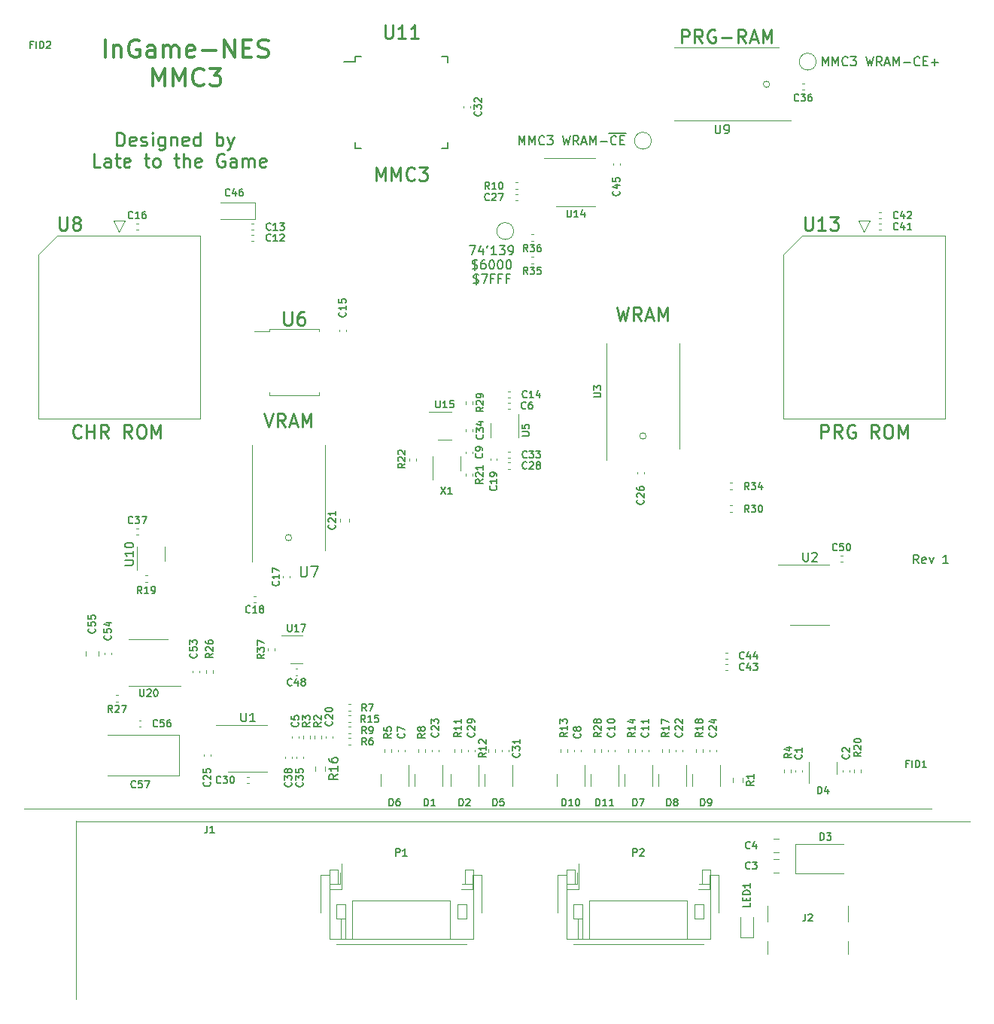
<source format=gbr>
G04 #@! TF.GenerationSoftware,KiCad,Pcbnew,(6.0.5)*
G04 #@! TF.CreationDate,2022-06-14T22:04:29-04:00*
G04 #@! TF.ProjectId,ingameNES,696e6761-6d65-44e4-9553-2e6b69636164,1*
G04 #@! TF.SameCoordinates,Original*
G04 #@! TF.FileFunction,Legend,Top*
G04 #@! TF.FilePolarity,Positive*
%FSLAX46Y46*%
G04 Gerber Fmt 4.6, Leading zero omitted, Abs format (unit mm)*
G04 Created by KiCad (PCBNEW (6.0.5)) date 2022-06-14 22:04:29*
%MOMM*%
%LPD*%
G01*
G04 APERTURE LIST*
%ADD10C,0.120000*%
%ADD11C,0.250000*%
%ADD12C,0.200000*%
%ADD13C,0.300000*%
%ADD14C,0.150000*%
G04 APERTURE END LIST*
D10*
X54864000Y-182372000D02*
X54864000Y-202438000D01*
X54864000Y-182500000D02*
X155448000Y-182500000D01*
X151108000Y-181000000D02*
X49000000Y-181000000D01*
D11*
X59428571Y-106471071D02*
X59428571Y-104971071D01*
X59785714Y-104971071D01*
X59999999Y-105042500D01*
X60142857Y-105185357D01*
X60214285Y-105328214D01*
X60285714Y-105613928D01*
X60285714Y-105828214D01*
X60214285Y-106113928D01*
X60142857Y-106256785D01*
X59999999Y-106399642D01*
X59785714Y-106471071D01*
X59428571Y-106471071D01*
X61499999Y-106399642D02*
X61357142Y-106471071D01*
X61071428Y-106471071D01*
X60928571Y-106399642D01*
X60857142Y-106256785D01*
X60857142Y-105685357D01*
X60928571Y-105542500D01*
X61071428Y-105471071D01*
X61357142Y-105471071D01*
X61499999Y-105542500D01*
X61571428Y-105685357D01*
X61571428Y-105828214D01*
X60857142Y-105971071D01*
X62142857Y-106399642D02*
X62285714Y-106471071D01*
X62571428Y-106471071D01*
X62714285Y-106399642D01*
X62785714Y-106256785D01*
X62785714Y-106185357D01*
X62714285Y-106042500D01*
X62571428Y-105971071D01*
X62357142Y-105971071D01*
X62214285Y-105899642D01*
X62142857Y-105756785D01*
X62142857Y-105685357D01*
X62214285Y-105542500D01*
X62357142Y-105471071D01*
X62571428Y-105471071D01*
X62714285Y-105542500D01*
X63428571Y-106471071D02*
X63428571Y-105471071D01*
X63428571Y-104971071D02*
X63357142Y-105042500D01*
X63428571Y-105113928D01*
X63499999Y-105042500D01*
X63428571Y-104971071D01*
X63428571Y-105113928D01*
X64785714Y-105471071D02*
X64785714Y-106685357D01*
X64714285Y-106828214D01*
X64642857Y-106899642D01*
X64500000Y-106971071D01*
X64285714Y-106971071D01*
X64142857Y-106899642D01*
X64785714Y-106399642D02*
X64642857Y-106471071D01*
X64357142Y-106471071D01*
X64214285Y-106399642D01*
X64142857Y-106328214D01*
X64071428Y-106185357D01*
X64071428Y-105756785D01*
X64142857Y-105613928D01*
X64214285Y-105542500D01*
X64357142Y-105471071D01*
X64642857Y-105471071D01*
X64785714Y-105542500D01*
X65500000Y-105471071D02*
X65500000Y-106471071D01*
X65500000Y-105613928D02*
X65571428Y-105542500D01*
X65714285Y-105471071D01*
X65928571Y-105471071D01*
X66071428Y-105542500D01*
X66142857Y-105685357D01*
X66142857Y-106471071D01*
X67428571Y-106399642D02*
X67285714Y-106471071D01*
X67000000Y-106471071D01*
X66857142Y-106399642D01*
X66785714Y-106256785D01*
X66785714Y-105685357D01*
X66857142Y-105542500D01*
X67000000Y-105471071D01*
X67285714Y-105471071D01*
X67428571Y-105542500D01*
X67500000Y-105685357D01*
X67500000Y-105828214D01*
X66785714Y-105971071D01*
X68785714Y-106471071D02*
X68785714Y-104971071D01*
X68785714Y-106399642D02*
X68642857Y-106471071D01*
X68357142Y-106471071D01*
X68214285Y-106399642D01*
X68142857Y-106328214D01*
X68071428Y-106185357D01*
X68071428Y-105756785D01*
X68142857Y-105613928D01*
X68214285Y-105542500D01*
X68357142Y-105471071D01*
X68642857Y-105471071D01*
X68785714Y-105542500D01*
X70642857Y-106471071D02*
X70642857Y-104971071D01*
X70642857Y-105542500D02*
X70785714Y-105471071D01*
X71071428Y-105471071D01*
X71214285Y-105542500D01*
X71285714Y-105613928D01*
X71357142Y-105756785D01*
X71357142Y-106185357D01*
X71285714Y-106328214D01*
X71214285Y-106399642D01*
X71071428Y-106471071D01*
X70785714Y-106471071D01*
X70642857Y-106399642D01*
X71857142Y-105471071D02*
X72214285Y-106471071D01*
X72571428Y-105471071D02*
X72214285Y-106471071D01*
X72071428Y-106828214D01*
X72000000Y-106899642D01*
X71857142Y-106971071D01*
X57571428Y-108886071D02*
X56857142Y-108886071D01*
X56857142Y-107386071D01*
X58714285Y-108886071D02*
X58714285Y-108100357D01*
X58642857Y-107957500D01*
X58500000Y-107886071D01*
X58214285Y-107886071D01*
X58071428Y-107957500D01*
X58714285Y-108814642D02*
X58571428Y-108886071D01*
X58214285Y-108886071D01*
X58071428Y-108814642D01*
X58000000Y-108671785D01*
X58000000Y-108528928D01*
X58071428Y-108386071D01*
X58214285Y-108314642D01*
X58571428Y-108314642D01*
X58714285Y-108243214D01*
X59214285Y-107886071D02*
X59785714Y-107886071D01*
X59428571Y-107386071D02*
X59428571Y-108671785D01*
X59500000Y-108814642D01*
X59642857Y-108886071D01*
X59785714Y-108886071D01*
X60857142Y-108814642D02*
X60714285Y-108886071D01*
X60428571Y-108886071D01*
X60285714Y-108814642D01*
X60214285Y-108671785D01*
X60214285Y-108100357D01*
X60285714Y-107957500D01*
X60428571Y-107886071D01*
X60714285Y-107886071D01*
X60857142Y-107957500D01*
X60928571Y-108100357D01*
X60928571Y-108243214D01*
X60214285Y-108386071D01*
X62500000Y-107886071D02*
X63071428Y-107886071D01*
X62714285Y-107386071D02*
X62714285Y-108671785D01*
X62785714Y-108814642D01*
X62928571Y-108886071D01*
X63071428Y-108886071D01*
X63785714Y-108886071D02*
X63642857Y-108814642D01*
X63571428Y-108743214D01*
X63500000Y-108600357D01*
X63500000Y-108171785D01*
X63571428Y-108028928D01*
X63642857Y-107957500D01*
X63785714Y-107886071D01*
X64000000Y-107886071D01*
X64142857Y-107957500D01*
X64214285Y-108028928D01*
X64285714Y-108171785D01*
X64285714Y-108600357D01*
X64214285Y-108743214D01*
X64142857Y-108814642D01*
X64000000Y-108886071D01*
X63785714Y-108886071D01*
X65857142Y-107886071D02*
X66428571Y-107886071D01*
X66071428Y-107386071D02*
X66071428Y-108671785D01*
X66142857Y-108814642D01*
X66285714Y-108886071D01*
X66428571Y-108886071D01*
X66928571Y-108886071D02*
X66928571Y-107386071D01*
X67571428Y-108886071D02*
X67571428Y-108100357D01*
X67500000Y-107957500D01*
X67357142Y-107886071D01*
X67142857Y-107886071D01*
X67000000Y-107957500D01*
X66928571Y-108028928D01*
X68857142Y-108814642D02*
X68714285Y-108886071D01*
X68428571Y-108886071D01*
X68285714Y-108814642D01*
X68214285Y-108671785D01*
X68214285Y-108100357D01*
X68285714Y-107957500D01*
X68428571Y-107886071D01*
X68714285Y-107886071D01*
X68857142Y-107957500D01*
X68928571Y-108100357D01*
X68928571Y-108243214D01*
X68214285Y-108386071D01*
X71500000Y-107457500D02*
X71357142Y-107386071D01*
X71142857Y-107386071D01*
X70928571Y-107457500D01*
X70785714Y-107600357D01*
X70714285Y-107743214D01*
X70642857Y-108028928D01*
X70642857Y-108243214D01*
X70714285Y-108528928D01*
X70785714Y-108671785D01*
X70928571Y-108814642D01*
X71142857Y-108886071D01*
X71285714Y-108886071D01*
X71500000Y-108814642D01*
X71571428Y-108743214D01*
X71571428Y-108243214D01*
X71285714Y-108243214D01*
X72857142Y-108886071D02*
X72857142Y-108100357D01*
X72785714Y-107957500D01*
X72642857Y-107886071D01*
X72357142Y-107886071D01*
X72214285Y-107957500D01*
X72857142Y-108814642D02*
X72714285Y-108886071D01*
X72357142Y-108886071D01*
X72214285Y-108814642D01*
X72142857Y-108671785D01*
X72142857Y-108528928D01*
X72214285Y-108386071D01*
X72357142Y-108314642D01*
X72714285Y-108314642D01*
X72857142Y-108243214D01*
X73571428Y-108886071D02*
X73571428Y-107886071D01*
X73571428Y-108028928D02*
X73642857Y-107957500D01*
X73785714Y-107886071D01*
X74000000Y-107886071D01*
X74142857Y-107957500D01*
X74214285Y-108100357D01*
X74214285Y-108886071D01*
X74214285Y-108100357D02*
X74285714Y-107957500D01*
X74428571Y-107886071D01*
X74642857Y-107886071D01*
X74785714Y-107957500D01*
X74857142Y-108100357D01*
X74857142Y-108886071D01*
X76142857Y-108814642D02*
X76000000Y-108886071D01*
X75714285Y-108886071D01*
X75571428Y-108814642D01*
X75500000Y-108671785D01*
X75500000Y-108100357D01*
X75571428Y-107957500D01*
X75714285Y-107886071D01*
X76000000Y-107886071D01*
X76142857Y-107957500D01*
X76214285Y-108100357D01*
X76214285Y-108243214D01*
X75500000Y-108386071D01*
X88618571Y-110406571D02*
X88618571Y-108906571D01*
X89118571Y-109978000D01*
X89618571Y-108906571D01*
X89618571Y-110406571D01*
X90332857Y-110406571D02*
X90332857Y-108906571D01*
X90832857Y-109978000D01*
X91332857Y-108906571D01*
X91332857Y-110406571D01*
X92904285Y-110263714D02*
X92832857Y-110335142D01*
X92618571Y-110406571D01*
X92475714Y-110406571D01*
X92261428Y-110335142D01*
X92118571Y-110192285D01*
X92047142Y-110049428D01*
X91975714Y-109763714D01*
X91975714Y-109549428D01*
X92047142Y-109263714D01*
X92118571Y-109120857D01*
X92261428Y-108978000D01*
X92475714Y-108906571D01*
X92618571Y-108906571D01*
X92832857Y-108978000D01*
X92904285Y-109049428D01*
X93404285Y-108906571D02*
X94332857Y-108906571D01*
X93832857Y-109478000D01*
X94047142Y-109478000D01*
X94190000Y-109549428D01*
X94261428Y-109620857D01*
X94332857Y-109763714D01*
X94332857Y-110120857D01*
X94261428Y-110263714D01*
X94190000Y-110335142D01*
X94047142Y-110406571D01*
X93618571Y-110406571D01*
X93475714Y-110335142D01*
X93404285Y-110263714D01*
X138652857Y-139362571D02*
X138652857Y-137862571D01*
X139224285Y-137862571D01*
X139367142Y-137934000D01*
X139438571Y-138005428D01*
X139510000Y-138148285D01*
X139510000Y-138362571D01*
X139438571Y-138505428D01*
X139367142Y-138576857D01*
X139224285Y-138648285D01*
X138652857Y-138648285D01*
X141010000Y-139362571D02*
X140510000Y-138648285D01*
X140152857Y-139362571D02*
X140152857Y-137862571D01*
X140724285Y-137862571D01*
X140867142Y-137934000D01*
X140938571Y-138005428D01*
X141010000Y-138148285D01*
X141010000Y-138362571D01*
X140938571Y-138505428D01*
X140867142Y-138576857D01*
X140724285Y-138648285D01*
X140152857Y-138648285D01*
X142438571Y-137934000D02*
X142295714Y-137862571D01*
X142081428Y-137862571D01*
X141867142Y-137934000D01*
X141724285Y-138076857D01*
X141652857Y-138219714D01*
X141581428Y-138505428D01*
X141581428Y-138719714D01*
X141652857Y-139005428D01*
X141724285Y-139148285D01*
X141867142Y-139291142D01*
X142081428Y-139362571D01*
X142224285Y-139362571D01*
X142438571Y-139291142D01*
X142510000Y-139219714D01*
X142510000Y-138719714D01*
X142224285Y-138719714D01*
X145152857Y-139362571D02*
X144652857Y-138648285D01*
X144295714Y-139362571D02*
X144295714Y-137862571D01*
X144867142Y-137862571D01*
X145010000Y-137934000D01*
X145081428Y-138005428D01*
X145152857Y-138148285D01*
X145152857Y-138362571D01*
X145081428Y-138505428D01*
X145010000Y-138576857D01*
X144867142Y-138648285D01*
X144295714Y-138648285D01*
X146081428Y-137862571D02*
X146367142Y-137862571D01*
X146510000Y-137934000D01*
X146652857Y-138076857D01*
X146724285Y-138362571D01*
X146724285Y-138862571D01*
X146652857Y-139148285D01*
X146510000Y-139291142D01*
X146367142Y-139362571D01*
X146081428Y-139362571D01*
X145938571Y-139291142D01*
X145795714Y-139148285D01*
X145724285Y-138862571D01*
X145724285Y-138362571D01*
X145795714Y-138076857D01*
X145938571Y-137934000D01*
X146081428Y-137862571D01*
X147367142Y-139362571D02*
X147367142Y-137862571D01*
X147867142Y-138934000D01*
X148367142Y-137862571D01*
X148367142Y-139362571D01*
X55400285Y-139219714D02*
X55328857Y-139291142D01*
X55114571Y-139362571D01*
X54971714Y-139362571D01*
X54757428Y-139291142D01*
X54614571Y-139148285D01*
X54543142Y-139005428D01*
X54471714Y-138719714D01*
X54471714Y-138505428D01*
X54543142Y-138219714D01*
X54614571Y-138076857D01*
X54757428Y-137934000D01*
X54971714Y-137862571D01*
X55114571Y-137862571D01*
X55328857Y-137934000D01*
X55400285Y-138005428D01*
X56043142Y-139362571D02*
X56043142Y-137862571D01*
X56043142Y-138576857D02*
X56900285Y-138576857D01*
X56900285Y-139362571D02*
X56900285Y-137862571D01*
X58471714Y-139362571D02*
X57971714Y-138648285D01*
X57614571Y-139362571D02*
X57614571Y-137862571D01*
X58186000Y-137862571D01*
X58328857Y-137934000D01*
X58400285Y-138005428D01*
X58471714Y-138148285D01*
X58471714Y-138362571D01*
X58400285Y-138505428D01*
X58328857Y-138576857D01*
X58186000Y-138648285D01*
X57614571Y-138648285D01*
X61114571Y-139362571D02*
X60614571Y-138648285D01*
X60257428Y-139362571D02*
X60257428Y-137862571D01*
X60828857Y-137862571D01*
X60971714Y-137934000D01*
X61043142Y-138005428D01*
X61114571Y-138148285D01*
X61114571Y-138362571D01*
X61043142Y-138505428D01*
X60971714Y-138576857D01*
X60828857Y-138648285D01*
X60257428Y-138648285D01*
X62043142Y-137862571D02*
X62328857Y-137862571D01*
X62471714Y-137934000D01*
X62614571Y-138076857D01*
X62686000Y-138362571D01*
X62686000Y-138862571D01*
X62614571Y-139148285D01*
X62471714Y-139291142D01*
X62328857Y-139362571D01*
X62043142Y-139362571D01*
X61900285Y-139291142D01*
X61757428Y-139148285D01*
X61686000Y-138862571D01*
X61686000Y-138362571D01*
X61757428Y-138076857D01*
X61900285Y-137934000D01*
X62043142Y-137862571D01*
X63328857Y-139362571D02*
X63328857Y-137862571D01*
X63828857Y-138934000D01*
X64328857Y-137862571D01*
X64328857Y-139362571D01*
X75990000Y-136592571D02*
X76490000Y-138092571D01*
X76990000Y-136592571D01*
X78347142Y-138092571D02*
X77847142Y-137378285D01*
X77490000Y-138092571D02*
X77490000Y-136592571D01*
X78061428Y-136592571D01*
X78204285Y-136664000D01*
X78275714Y-136735428D01*
X78347142Y-136878285D01*
X78347142Y-137092571D01*
X78275714Y-137235428D01*
X78204285Y-137306857D01*
X78061428Y-137378285D01*
X77490000Y-137378285D01*
X78918571Y-137664000D02*
X79632857Y-137664000D01*
X78775714Y-138092571D02*
X79275714Y-136592571D01*
X79775714Y-138092571D01*
X80275714Y-138092571D02*
X80275714Y-136592571D01*
X80775714Y-137664000D01*
X81275714Y-136592571D01*
X81275714Y-138092571D01*
X115725142Y-124654571D02*
X116082285Y-126154571D01*
X116368000Y-125083142D01*
X116653714Y-126154571D01*
X117010857Y-124654571D01*
X118439428Y-126154571D02*
X117939428Y-125440285D01*
X117582285Y-126154571D02*
X117582285Y-124654571D01*
X118153714Y-124654571D01*
X118296571Y-124726000D01*
X118368000Y-124797428D01*
X118439428Y-124940285D01*
X118439428Y-125154571D01*
X118368000Y-125297428D01*
X118296571Y-125368857D01*
X118153714Y-125440285D01*
X117582285Y-125440285D01*
X119010857Y-125726000D02*
X119725142Y-125726000D01*
X118868000Y-126154571D02*
X119368000Y-124654571D01*
X119868000Y-126154571D01*
X120368000Y-126154571D02*
X120368000Y-124654571D01*
X120868000Y-125726000D01*
X121368000Y-124654571D01*
X121368000Y-126154571D01*
D12*
X104662380Y-106370380D02*
X104662380Y-105370380D01*
X104995714Y-106084666D01*
X105329047Y-105370380D01*
X105329047Y-106370380D01*
X105805238Y-106370380D02*
X105805238Y-105370380D01*
X106138571Y-106084666D01*
X106471904Y-105370380D01*
X106471904Y-106370380D01*
X107519523Y-106275142D02*
X107471904Y-106322761D01*
X107329047Y-106370380D01*
X107233809Y-106370380D01*
X107090952Y-106322761D01*
X106995714Y-106227523D01*
X106948095Y-106132285D01*
X106900476Y-105941809D01*
X106900476Y-105798952D01*
X106948095Y-105608476D01*
X106995714Y-105513238D01*
X107090952Y-105418000D01*
X107233809Y-105370380D01*
X107329047Y-105370380D01*
X107471904Y-105418000D01*
X107519523Y-105465619D01*
X107852857Y-105370380D02*
X108471904Y-105370380D01*
X108138571Y-105751333D01*
X108281428Y-105751333D01*
X108376666Y-105798952D01*
X108424285Y-105846571D01*
X108471904Y-105941809D01*
X108471904Y-106179904D01*
X108424285Y-106275142D01*
X108376666Y-106322761D01*
X108281428Y-106370380D01*
X107995714Y-106370380D01*
X107900476Y-106322761D01*
X107852857Y-106275142D01*
X109567142Y-105370380D02*
X109805238Y-106370380D01*
X109995714Y-105656095D01*
X110186190Y-106370380D01*
X110424285Y-105370380D01*
X111376666Y-106370380D02*
X111043333Y-105894190D01*
X110805238Y-106370380D02*
X110805238Y-105370380D01*
X111186190Y-105370380D01*
X111281428Y-105418000D01*
X111329047Y-105465619D01*
X111376666Y-105560857D01*
X111376666Y-105703714D01*
X111329047Y-105798952D01*
X111281428Y-105846571D01*
X111186190Y-105894190D01*
X110805238Y-105894190D01*
X111757619Y-106084666D02*
X112233809Y-106084666D01*
X111662380Y-106370380D02*
X111995714Y-105370380D01*
X112329047Y-106370380D01*
X112662380Y-106370380D02*
X112662380Y-105370380D01*
X112995714Y-106084666D01*
X113329047Y-105370380D01*
X113329047Y-106370380D01*
X113805238Y-105989428D02*
X114567142Y-105989428D01*
X114805238Y-105088000D02*
X115805238Y-105088000D01*
X115614761Y-106275142D02*
X115567142Y-106322761D01*
X115424285Y-106370380D01*
X115329047Y-106370380D01*
X115186190Y-106322761D01*
X115090952Y-106227523D01*
X115043333Y-106132285D01*
X114995714Y-105941809D01*
X114995714Y-105798952D01*
X115043333Y-105608476D01*
X115090952Y-105513238D01*
X115186190Y-105418000D01*
X115329047Y-105370380D01*
X115424285Y-105370380D01*
X115567142Y-105418000D01*
X115614761Y-105465619D01*
X115805238Y-105088000D02*
X116710000Y-105088000D01*
X116043333Y-105846571D02*
X116376666Y-105846571D01*
X116519523Y-106370380D02*
X116043333Y-106370380D01*
X116043333Y-105370380D01*
X116519523Y-105370380D01*
D11*
X122944571Y-94912571D02*
X122944571Y-93412571D01*
X123516000Y-93412571D01*
X123658857Y-93484000D01*
X123730285Y-93555428D01*
X123801714Y-93698285D01*
X123801714Y-93912571D01*
X123730285Y-94055428D01*
X123658857Y-94126857D01*
X123516000Y-94198285D01*
X122944571Y-94198285D01*
X125301714Y-94912571D02*
X124801714Y-94198285D01*
X124444571Y-94912571D02*
X124444571Y-93412571D01*
X125016000Y-93412571D01*
X125158857Y-93484000D01*
X125230285Y-93555428D01*
X125301714Y-93698285D01*
X125301714Y-93912571D01*
X125230285Y-94055428D01*
X125158857Y-94126857D01*
X125016000Y-94198285D01*
X124444571Y-94198285D01*
X126730285Y-93484000D02*
X126587428Y-93412571D01*
X126373142Y-93412571D01*
X126158857Y-93484000D01*
X126016000Y-93626857D01*
X125944571Y-93769714D01*
X125873142Y-94055428D01*
X125873142Y-94269714D01*
X125944571Y-94555428D01*
X126016000Y-94698285D01*
X126158857Y-94841142D01*
X126373142Y-94912571D01*
X126516000Y-94912571D01*
X126730285Y-94841142D01*
X126801714Y-94769714D01*
X126801714Y-94269714D01*
X126516000Y-94269714D01*
X127444571Y-94341142D02*
X128587428Y-94341142D01*
X130158857Y-94912571D02*
X129658857Y-94198285D01*
X129301714Y-94912571D02*
X129301714Y-93412571D01*
X129873142Y-93412571D01*
X130016000Y-93484000D01*
X130087428Y-93555428D01*
X130158857Y-93698285D01*
X130158857Y-93912571D01*
X130087428Y-94055428D01*
X130016000Y-94126857D01*
X129873142Y-94198285D01*
X129301714Y-94198285D01*
X130730285Y-94484000D02*
X131444571Y-94484000D01*
X130587428Y-94912571D02*
X131087428Y-93412571D01*
X131587428Y-94912571D01*
X132087428Y-94912571D02*
X132087428Y-93412571D01*
X132587428Y-94484000D01*
X133087428Y-93412571D01*
X133087428Y-94912571D01*
D12*
X99123809Y-117730380D02*
X99790476Y-117730380D01*
X99361904Y-118730380D01*
X100600000Y-118063714D02*
X100600000Y-118730380D01*
X100361904Y-117682761D02*
X100123809Y-118397047D01*
X100742857Y-118397047D01*
X101171428Y-117730380D02*
X101076190Y-117920857D01*
X102123809Y-118730380D02*
X101552380Y-118730380D01*
X101838095Y-118730380D02*
X101838095Y-117730380D01*
X101742857Y-117873238D01*
X101647619Y-117968476D01*
X101552380Y-118016095D01*
X102457142Y-117730380D02*
X103076190Y-117730380D01*
X102742857Y-118111333D01*
X102885714Y-118111333D01*
X102980952Y-118158952D01*
X103028571Y-118206571D01*
X103076190Y-118301809D01*
X103076190Y-118539904D01*
X103028571Y-118635142D01*
X102980952Y-118682761D01*
X102885714Y-118730380D01*
X102600000Y-118730380D01*
X102504761Y-118682761D01*
X102457142Y-118635142D01*
X103552380Y-118730380D02*
X103742857Y-118730380D01*
X103838095Y-118682761D01*
X103885714Y-118635142D01*
X103980952Y-118492285D01*
X104028571Y-118301809D01*
X104028571Y-117920857D01*
X103980952Y-117825619D01*
X103933333Y-117778000D01*
X103838095Y-117730380D01*
X103647619Y-117730380D01*
X103552380Y-117778000D01*
X103504761Y-117825619D01*
X103457142Y-117920857D01*
X103457142Y-118158952D01*
X103504761Y-118254190D01*
X103552380Y-118301809D01*
X103647619Y-118349428D01*
X103838095Y-118349428D01*
X103933333Y-118301809D01*
X103980952Y-118254190D01*
X104028571Y-118158952D01*
X99409523Y-120292761D02*
X99552380Y-120340380D01*
X99790476Y-120340380D01*
X99885714Y-120292761D01*
X99933333Y-120245142D01*
X99980952Y-120149904D01*
X99980952Y-120054666D01*
X99933333Y-119959428D01*
X99885714Y-119911809D01*
X99790476Y-119864190D01*
X99600000Y-119816571D01*
X99504761Y-119768952D01*
X99457142Y-119721333D01*
X99409523Y-119626095D01*
X99409523Y-119530857D01*
X99457142Y-119435619D01*
X99504761Y-119388000D01*
X99600000Y-119340380D01*
X99838095Y-119340380D01*
X99980952Y-119388000D01*
X99695238Y-119197523D02*
X99695238Y-120483238D01*
X100838095Y-119340380D02*
X100647619Y-119340380D01*
X100552380Y-119388000D01*
X100504761Y-119435619D01*
X100409523Y-119578476D01*
X100361904Y-119768952D01*
X100361904Y-120149904D01*
X100409523Y-120245142D01*
X100457142Y-120292761D01*
X100552380Y-120340380D01*
X100742857Y-120340380D01*
X100838095Y-120292761D01*
X100885714Y-120245142D01*
X100933333Y-120149904D01*
X100933333Y-119911809D01*
X100885714Y-119816571D01*
X100838095Y-119768952D01*
X100742857Y-119721333D01*
X100552380Y-119721333D01*
X100457142Y-119768952D01*
X100409523Y-119816571D01*
X100361904Y-119911809D01*
X101552380Y-119340380D02*
X101647619Y-119340380D01*
X101742857Y-119388000D01*
X101790476Y-119435619D01*
X101838095Y-119530857D01*
X101885714Y-119721333D01*
X101885714Y-119959428D01*
X101838095Y-120149904D01*
X101790476Y-120245142D01*
X101742857Y-120292761D01*
X101647619Y-120340380D01*
X101552380Y-120340380D01*
X101457142Y-120292761D01*
X101409523Y-120245142D01*
X101361904Y-120149904D01*
X101314285Y-119959428D01*
X101314285Y-119721333D01*
X101361904Y-119530857D01*
X101409523Y-119435619D01*
X101457142Y-119388000D01*
X101552380Y-119340380D01*
X102504761Y-119340380D02*
X102600000Y-119340380D01*
X102695238Y-119388000D01*
X102742857Y-119435619D01*
X102790476Y-119530857D01*
X102838095Y-119721333D01*
X102838095Y-119959428D01*
X102790476Y-120149904D01*
X102742857Y-120245142D01*
X102695238Y-120292761D01*
X102600000Y-120340380D01*
X102504761Y-120340380D01*
X102409523Y-120292761D01*
X102361904Y-120245142D01*
X102314285Y-120149904D01*
X102266666Y-119959428D01*
X102266666Y-119721333D01*
X102314285Y-119530857D01*
X102361904Y-119435619D01*
X102409523Y-119388000D01*
X102504761Y-119340380D01*
X103457142Y-119340380D02*
X103552380Y-119340380D01*
X103647619Y-119388000D01*
X103695238Y-119435619D01*
X103742857Y-119530857D01*
X103790476Y-119721333D01*
X103790476Y-119959428D01*
X103742857Y-120149904D01*
X103695238Y-120245142D01*
X103647619Y-120292761D01*
X103552380Y-120340380D01*
X103457142Y-120340380D01*
X103361904Y-120292761D01*
X103314285Y-120245142D01*
X103266666Y-120149904D01*
X103219047Y-119959428D01*
X103219047Y-119721333D01*
X103266666Y-119530857D01*
X103314285Y-119435619D01*
X103361904Y-119388000D01*
X103457142Y-119340380D01*
X99552380Y-121902761D02*
X99695238Y-121950380D01*
X99933333Y-121950380D01*
X100028571Y-121902761D01*
X100076190Y-121855142D01*
X100123809Y-121759904D01*
X100123809Y-121664666D01*
X100076190Y-121569428D01*
X100028571Y-121521809D01*
X99933333Y-121474190D01*
X99742857Y-121426571D01*
X99647619Y-121378952D01*
X99600000Y-121331333D01*
X99552380Y-121236095D01*
X99552380Y-121140857D01*
X99600000Y-121045619D01*
X99647619Y-120998000D01*
X99742857Y-120950380D01*
X99980952Y-120950380D01*
X100123809Y-120998000D01*
X99838095Y-120807523D02*
X99838095Y-122093238D01*
X100457142Y-120950380D02*
X101123809Y-120950380D01*
X100695238Y-121950380D01*
X101838095Y-121426571D02*
X101504761Y-121426571D01*
X101504761Y-121950380D02*
X101504761Y-120950380D01*
X101980952Y-120950380D01*
X102695238Y-121426571D02*
X102361904Y-121426571D01*
X102361904Y-121950380D02*
X102361904Y-120950380D01*
X102838095Y-120950380D01*
X103552380Y-121426571D02*
X103219047Y-121426571D01*
X103219047Y-121950380D02*
X103219047Y-120950380D01*
X103695238Y-120950380D01*
X138798095Y-97480380D02*
X138798095Y-96480380D01*
X139131428Y-97194666D01*
X139464761Y-96480380D01*
X139464761Y-97480380D01*
X139940952Y-97480380D02*
X139940952Y-96480380D01*
X140274285Y-97194666D01*
X140607619Y-96480380D01*
X140607619Y-97480380D01*
X141655238Y-97385142D02*
X141607619Y-97432761D01*
X141464761Y-97480380D01*
X141369523Y-97480380D01*
X141226666Y-97432761D01*
X141131428Y-97337523D01*
X141083809Y-97242285D01*
X141036190Y-97051809D01*
X141036190Y-96908952D01*
X141083809Y-96718476D01*
X141131428Y-96623238D01*
X141226666Y-96528000D01*
X141369523Y-96480380D01*
X141464761Y-96480380D01*
X141607619Y-96528000D01*
X141655238Y-96575619D01*
X141988571Y-96480380D02*
X142607619Y-96480380D01*
X142274285Y-96861333D01*
X142417142Y-96861333D01*
X142512380Y-96908952D01*
X142560000Y-96956571D01*
X142607619Y-97051809D01*
X142607619Y-97289904D01*
X142560000Y-97385142D01*
X142512380Y-97432761D01*
X142417142Y-97480380D01*
X142131428Y-97480380D01*
X142036190Y-97432761D01*
X141988571Y-97385142D01*
X143702857Y-96480380D02*
X143940952Y-97480380D01*
X144131428Y-96766095D01*
X144321904Y-97480380D01*
X144560000Y-96480380D01*
X145512380Y-97480380D02*
X145179047Y-97004190D01*
X144940952Y-97480380D02*
X144940952Y-96480380D01*
X145321904Y-96480380D01*
X145417142Y-96528000D01*
X145464761Y-96575619D01*
X145512380Y-96670857D01*
X145512380Y-96813714D01*
X145464761Y-96908952D01*
X145417142Y-96956571D01*
X145321904Y-97004190D01*
X144940952Y-97004190D01*
X145893333Y-97194666D02*
X146369523Y-97194666D01*
X145798095Y-97480380D02*
X146131428Y-96480380D01*
X146464761Y-97480380D01*
X146798095Y-97480380D02*
X146798095Y-96480380D01*
X147131428Y-97194666D01*
X147464761Y-96480380D01*
X147464761Y-97480380D01*
X147940952Y-97099428D02*
X148702857Y-97099428D01*
X149750476Y-97385142D02*
X149702857Y-97432761D01*
X149560000Y-97480380D01*
X149464761Y-97480380D01*
X149321904Y-97432761D01*
X149226666Y-97337523D01*
X149179047Y-97242285D01*
X149131428Y-97051809D01*
X149131428Y-96908952D01*
X149179047Y-96718476D01*
X149226666Y-96623238D01*
X149321904Y-96528000D01*
X149464761Y-96480380D01*
X149560000Y-96480380D01*
X149702857Y-96528000D01*
X149750476Y-96575619D01*
X150179047Y-96956571D02*
X150512380Y-96956571D01*
X150655238Y-97480380D02*
X150179047Y-97480380D01*
X150179047Y-96480380D01*
X150655238Y-96480380D01*
X151083809Y-97099428D02*
X151845714Y-97099428D01*
X151464761Y-97480380D02*
X151464761Y-96718476D01*
D13*
X58107142Y-96544761D02*
X58107142Y-94544761D01*
X59059523Y-95211428D02*
X59059523Y-96544761D01*
X59059523Y-95401904D02*
X59154761Y-95306666D01*
X59345238Y-95211428D01*
X59630952Y-95211428D01*
X59821428Y-95306666D01*
X59916666Y-95497142D01*
X59916666Y-96544761D01*
X61916666Y-94640000D02*
X61726190Y-94544761D01*
X61440476Y-94544761D01*
X61154761Y-94640000D01*
X60964285Y-94830476D01*
X60869047Y-95020952D01*
X60773809Y-95401904D01*
X60773809Y-95687619D01*
X60869047Y-96068571D01*
X60964285Y-96259047D01*
X61154761Y-96449523D01*
X61440476Y-96544761D01*
X61630952Y-96544761D01*
X61916666Y-96449523D01*
X62011904Y-96354285D01*
X62011904Y-95687619D01*
X61630952Y-95687619D01*
X63726190Y-96544761D02*
X63726190Y-95497142D01*
X63630952Y-95306666D01*
X63440476Y-95211428D01*
X63059523Y-95211428D01*
X62869047Y-95306666D01*
X63726190Y-96449523D02*
X63535714Y-96544761D01*
X63059523Y-96544761D01*
X62869047Y-96449523D01*
X62773809Y-96259047D01*
X62773809Y-96068571D01*
X62869047Y-95878095D01*
X63059523Y-95782857D01*
X63535714Y-95782857D01*
X63726190Y-95687619D01*
X64678571Y-96544761D02*
X64678571Y-95211428D01*
X64678571Y-95401904D02*
X64773809Y-95306666D01*
X64964285Y-95211428D01*
X65250000Y-95211428D01*
X65440476Y-95306666D01*
X65535714Y-95497142D01*
X65535714Y-96544761D01*
X65535714Y-95497142D02*
X65630952Y-95306666D01*
X65821428Y-95211428D01*
X66107142Y-95211428D01*
X66297619Y-95306666D01*
X66392857Y-95497142D01*
X66392857Y-96544761D01*
X68107142Y-96449523D02*
X67916666Y-96544761D01*
X67535714Y-96544761D01*
X67345238Y-96449523D01*
X67250000Y-96259047D01*
X67250000Y-95497142D01*
X67345238Y-95306666D01*
X67535714Y-95211428D01*
X67916666Y-95211428D01*
X68107142Y-95306666D01*
X68202380Y-95497142D01*
X68202380Y-95687619D01*
X67250000Y-95878095D01*
X69059523Y-95782857D02*
X70583333Y-95782857D01*
X71535714Y-96544761D02*
X71535714Y-94544761D01*
X72678571Y-96544761D01*
X72678571Y-94544761D01*
X73630952Y-95497142D02*
X74297619Y-95497142D01*
X74583333Y-96544761D02*
X73630952Y-96544761D01*
X73630952Y-94544761D01*
X74583333Y-94544761D01*
X75345238Y-96449523D02*
X75630952Y-96544761D01*
X76107142Y-96544761D01*
X76297619Y-96449523D01*
X76392857Y-96354285D01*
X76488095Y-96163809D01*
X76488095Y-95973333D01*
X76392857Y-95782857D01*
X76297619Y-95687619D01*
X76107142Y-95592380D01*
X75726190Y-95497142D01*
X75535714Y-95401904D01*
X75440476Y-95306666D01*
X75345238Y-95116190D01*
X75345238Y-94925714D01*
X75440476Y-94735238D01*
X75535714Y-94640000D01*
X75726190Y-94544761D01*
X76202380Y-94544761D01*
X76488095Y-94640000D01*
X63488095Y-99764761D02*
X63488095Y-97764761D01*
X64154761Y-99193333D01*
X64821428Y-97764761D01*
X64821428Y-99764761D01*
X65773809Y-99764761D02*
X65773809Y-97764761D01*
X66440476Y-99193333D01*
X67107142Y-97764761D01*
X67107142Y-99764761D01*
X69202380Y-99574285D02*
X69107142Y-99669523D01*
X68821428Y-99764761D01*
X68630952Y-99764761D01*
X68345238Y-99669523D01*
X68154761Y-99479047D01*
X68059523Y-99288571D01*
X67964285Y-98907619D01*
X67964285Y-98621904D01*
X68059523Y-98240952D01*
X68154761Y-98050476D01*
X68345238Y-97860000D01*
X68630952Y-97764761D01*
X68821428Y-97764761D01*
X69107142Y-97860000D01*
X69202380Y-97955238D01*
X69869047Y-97764761D02*
X71107142Y-97764761D01*
X70440476Y-98526666D01*
X70726190Y-98526666D01*
X70916666Y-98621904D01*
X71011904Y-98717142D01*
X71107142Y-98907619D01*
X71107142Y-99383809D01*
X71011904Y-99574285D01*
X70916666Y-99669523D01*
X70726190Y-99764761D01*
X70154761Y-99764761D01*
X69964285Y-99669523D01*
X69869047Y-99574285D01*
D12*
X149642857Y-153452380D02*
X149309523Y-152976190D01*
X149071428Y-153452380D02*
X149071428Y-152452380D01*
X149452380Y-152452380D01*
X149547619Y-152500000D01*
X149595238Y-152547619D01*
X149642857Y-152642857D01*
X149642857Y-152785714D01*
X149595238Y-152880952D01*
X149547619Y-152928571D01*
X149452380Y-152976190D01*
X149071428Y-152976190D01*
X150452380Y-153404761D02*
X150357142Y-153452380D01*
X150166666Y-153452380D01*
X150071428Y-153404761D01*
X150023809Y-153309523D01*
X150023809Y-152928571D01*
X150071428Y-152833333D01*
X150166666Y-152785714D01*
X150357142Y-152785714D01*
X150452380Y-152833333D01*
X150500000Y-152928571D01*
X150500000Y-153023809D01*
X150023809Y-153119047D01*
X150833333Y-152785714D02*
X151071428Y-153452380D01*
X151309523Y-152785714D01*
X152976190Y-153452380D02*
X152404761Y-153452380D01*
X152690476Y-153452380D02*
X152690476Y-152452380D01*
X152595238Y-152595238D01*
X152500000Y-152690476D01*
X152404761Y-152738095D01*
D14*
X95535714Y-172472285D02*
X95573809Y-172510380D01*
X95611904Y-172624666D01*
X95611904Y-172700857D01*
X95573809Y-172815142D01*
X95497619Y-172891333D01*
X95421428Y-172929428D01*
X95269047Y-172967523D01*
X95154761Y-172967523D01*
X95002380Y-172929428D01*
X94926190Y-172891333D01*
X94850000Y-172815142D01*
X94811904Y-172700857D01*
X94811904Y-172624666D01*
X94850000Y-172510380D01*
X94888095Y-172472285D01*
X94888095Y-172167523D02*
X94850000Y-172129428D01*
X94811904Y-172053238D01*
X94811904Y-171862761D01*
X94850000Y-171786571D01*
X94888095Y-171748476D01*
X94964285Y-171710380D01*
X95040476Y-171710380D01*
X95154761Y-171748476D01*
X95611904Y-172205619D01*
X95611904Y-171710380D01*
X94811904Y-171443714D02*
X94811904Y-170948476D01*
X95116666Y-171215142D01*
X95116666Y-171100857D01*
X95154761Y-171024666D01*
X95192857Y-170986571D01*
X95269047Y-170948476D01*
X95459523Y-170948476D01*
X95535714Y-170986571D01*
X95573809Y-171024666D01*
X95611904Y-171100857D01*
X95611904Y-171329428D01*
X95573809Y-171405619D01*
X95535714Y-171443714D01*
X99599714Y-172472285D02*
X99637809Y-172510380D01*
X99675904Y-172624666D01*
X99675904Y-172700857D01*
X99637809Y-172815142D01*
X99561619Y-172891333D01*
X99485428Y-172929428D01*
X99333047Y-172967523D01*
X99218761Y-172967523D01*
X99066380Y-172929428D01*
X98990190Y-172891333D01*
X98914000Y-172815142D01*
X98875904Y-172700857D01*
X98875904Y-172624666D01*
X98914000Y-172510380D01*
X98952095Y-172472285D01*
X98952095Y-172167523D02*
X98914000Y-172129428D01*
X98875904Y-172053238D01*
X98875904Y-171862761D01*
X98914000Y-171786571D01*
X98952095Y-171748476D01*
X99028285Y-171710380D01*
X99104476Y-171710380D01*
X99218761Y-171748476D01*
X99675904Y-172205619D01*
X99675904Y-171710380D01*
X99675904Y-171329428D02*
X99675904Y-171177047D01*
X99637809Y-171100857D01*
X99599714Y-171062761D01*
X99485428Y-170986571D01*
X99333047Y-170948476D01*
X99028285Y-170948476D01*
X98952095Y-170986571D01*
X98914000Y-171024666D01*
X98875904Y-171100857D01*
X98875904Y-171253238D01*
X98914000Y-171329428D01*
X98952095Y-171367523D01*
X99028285Y-171405619D01*
X99218761Y-171405619D01*
X99294952Y-171367523D01*
X99333047Y-171329428D01*
X99371142Y-171253238D01*
X99371142Y-171100857D01*
X99333047Y-171024666D01*
X99294952Y-170986571D01*
X99218761Y-170948476D01*
X104679714Y-174758285D02*
X104717809Y-174796380D01*
X104755904Y-174910666D01*
X104755904Y-174986857D01*
X104717809Y-175101142D01*
X104641619Y-175177333D01*
X104565428Y-175215428D01*
X104413047Y-175253523D01*
X104298761Y-175253523D01*
X104146380Y-175215428D01*
X104070190Y-175177333D01*
X103994000Y-175101142D01*
X103955904Y-174986857D01*
X103955904Y-174910666D01*
X103994000Y-174796380D01*
X104032095Y-174758285D01*
X103955904Y-174491619D02*
X103955904Y-173996380D01*
X104260666Y-174263047D01*
X104260666Y-174148761D01*
X104298761Y-174072571D01*
X104336857Y-174034476D01*
X104413047Y-173996380D01*
X104603523Y-173996380D01*
X104679714Y-174034476D01*
X104717809Y-174072571D01*
X104755904Y-174148761D01*
X104755904Y-174377333D01*
X104717809Y-174453523D01*
X104679714Y-174491619D01*
X104755904Y-173234476D02*
X104755904Y-173691619D01*
X104755904Y-173463047D02*
X103955904Y-173463047D01*
X104070190Y-173539238D01*
X104146380Y-173615428D01*
X104184476Y-173691619D01*
X126754095Y-104120380D02*
X126754095Y-104929904D01*
X126801714Y-105025142D01*
X126849333Y-105072761D01*
X126944571Y-105120380D01*
X127135047Y-105120380D01*
X127230285Y-105072761D01*
X127277904Y-105025142D01*
X127325523Y-104929904D01*
X127325523Y-104120380D01*
X127849333Y-105120380D02*
X128039809Y-105120380D01*
X128135047Y-105072761D01*
X128182666Y-105025142D01*
X128277904Y-104882285D01*
X128325523Y-104691809D01*
X128325523Y-104310857D01*
X128277904Y-104215619D01*
X128230285Y-104168000D01*
X128135047Y-104120380D01*
X127944571Y-104120380D01*
X127849333Y-104168000D01*
X127801714Y-104215619D01*
X127754095Y-104310857D01*
X127754095Y-104548952D01*
X127801714Y-104644190D01*
X127849333Y-104691809D01*
X127944571Y-104739428D01*
X128135047Y-104739428D01*
X128230285Y-104691809D01*
X128277904Y-104644190D01*
X128325523Y-104548952D01*
X76723714Y-117137714D02*
X76685619Y-117175809D01*
X76571333Y-117213904D01*
X76495142Y-117213904D01*
X76380857Y-117175809D01*
X76304666Y-117099619D01*
X76266571Y-117023428D01*
X76228476Y-116871047D01*
X76228476Y-116756761D01*
X76266571Y-116604380D01*
X76304666Y-116528190D01*
X76380857Y-116452000D01*
X76495142Y-116413904D01*
X76571333Y-116413904D01*
X76685619Y-116452000D01*
X76723714Y-116490095D01*
X77485619Y-117213904D02*
X77028476Y-117213904D01*
X77257047Y-117213904D02*
X77257047Y-116413904D01*
X77180857Y-116528190D01*
X77104666Y-116604380D01*
X77028476Y-116642476D01*
X77790380Y-116490095D02*
X77828476Y-116452000D01*
X77904666Y-116413904D01*
X78095142Y-116413904D01*
X78171333Y-116452000D01*
X78209428Y-116490095D01*
X78247523Y-116566285D01*
X78247523Y-116642476D01*
X78209428Y-116756761D01*
X77752285Y-117213904D01*
X78247523Y-117213904D01*
X76723714Y-115887714D02*
X76685619Y-115925809D01*
X76571333Y-115963904D01*
X76495142Y-115963904D01*
X76380857Y-115925809D01*
X76304666Y-115849619D01*
X76266571Y-115773428D01*
X76228476Y-115621047D01*
X76228476Y-115506761D01*
X76266571Y-115354380D01*
X76304666Y-115278190D01*
X76380857Y-115202000D01*
X76495142Y-115163904D01*
X76571333Y-115163904D01*
X76685619Y-115202000D01*
X76723714Y-115240095D01*
X77485619Y-115963904D02*
X77028476Y-115963904D01*
X77257047Y-115963904D02*
X77257047Y-115163904D01*
X77180857Y-115278190D01*
X77104666Y-115354380D01*
X77028476Y-115392476D01*
X77752285Y-115163904D02*
X78247523Y-115163904D01*
X77980857Y-115468666D01*
X78095142Y-115468666D01*
X78171333Y-115506761D01*
X78209428Y-115544857D01*
X78247523Y-115621047D01*
X78247523Y-115811523D01*
X78209428Y-115887714D01*
X78171333Y-115925809D01*
X78095142Y-115963904D01*
X77866571Y-115963904D01*
X77790380Y-115925809D01*
X77752285Y-115887714D01*
X94087904Y-172599333D02*
X93706952Y-172866000D01*
X94087904Y-173056476D02*
X93287904Y-173056476D01*
X93287904Y-172751714D01*
X93326000Y-172675523D01*
X93364095Y-172637428D01*
X93440285Y-172599333D01*
X93554571Y-172599333D01*
X93630761Y-172637428D01*
X93668857Y-172675523D01*
X93706952Y-172751714D01*
X93706952Y-173056476D01*
X93630761Y-172142190D02*
X93592666Y-172218380D01*
X93554571Y-172256476D01*
X93478380Y-172294571D01*
X93440285Y-172294571D01*
X93364095Y-172256476D01*
X93326000Y-172218380D01*
X93287904Y-172142190D01*
X93287904Y-171989809D01*
X93326000Y-171913619D01*
X93364095Y-171875523D01*
X93440285Y-171837428D01*
X93478380Y-171837428D01*
X93554571Y-171875523D01*
X93592666Y-171913619D01*
X93630761Y-171989809D01*
X93630761Y-172142190D01*
X93668857Y-172218380D01*
X93706952Y-172256476D01*
X93783142Y-172294571D01*
X93935523Y-172294571D01*
X94011714Y-172256476D01*
X94049809Y-172218380D01*
X94087904Y-172142190D01*
X94087904Y-171989809D01*
X94049809Y-171913619D01*
X94011714Y-171875523D01*
X93935523Y-171837428D01*
X93783142Y-171837428D01*
X93706952Y-171875523D01*
X93668857Y-171913619D01*
X93630761Y-171989809D01*
X98151904Y-172472285D02*
X97770952Y-172738952D01*
X98151904Y-172929428D02*
X97351904Y-172929428D01*
X97351904Y-172624666D01*
X97390000Y-172548476D01*
X97428095Y-172510380D01*
X97504285Y-172472285D01*
X97618571Y-172472285D01*
X97694761Y-172510380D01*
X97732857Y-172548476D01*
X97770952Y-172624666D01*
X97770952Y-172929428D01*
X98151904Y-171710380D02*
X98151904Y-172167523D01*
X98151904Y-171938952D02*
X97351904Y-171938952D01*
X97466190Y-172015142D01*
X97542380Y-172091333D01*
X97580476Y-172167523D01*
X98151904Y-170948476D02*
X98151904Y-171405619D01*
X98151904Y-171177047D02*
X97351904Y-171177047D01*
X97466190Y-171253238D01*
X97542380Y-171329428D01*
X97580476Y-171405619D01*
X100945904Y-174758285D02*
X100564952Y-175024952D01*
X100945904Y-175215428D02*
X100145904Y-175215428D01*
X100145904Y-174910666D01*
X100184000Y-174834476D01*
X100222095Y-174796380D01*
X100298285Y-174758285D01*
X100412571Y-174758285D01*
X100488761Y-174796380D01*
X100526857Y-174834476D01*
X100564952Y-174910666D01*
X100564952Y-175215428D01*
X100945904Y-173996380D02*
X100945904Y-174453523D01*
X100945904Y-174224952D02*
X100145904Y-174224952D01*
X100260190Y-174301142D01*
X100336380Y-174377333D01*
X100374476Y-174453523D01*
X100222095Y-173691619D02*
X100184000Y-173653523D01*
X100145904Y-173577333D01*
X100145904Y-173386857D01*
X100184000Y-173310666D01*
X100222095Y-173272571D01*
X100298285Y-173234476D01*
X100374476Y-173234476D01*
X100488761Y-173272571D01*
X100945904Y-173729714D01*
X100945904Y-173234476D01*
X61207714Y-114585714D02*
X61169619Y-114623809D01*
X61055333Y-114661904D01*
X60979142Y-114661904D01*
X60864857Y-114623809D01*
X60788666Y-114547619D01*
X60750571Y-114471428D01*
X60712476Y-114319047D01*
X60712476Y-114204761D01*
X60750571Y-114052380D01*
X60788666Y-113976190D01*
X60864857Y-113900000D01*
X60979142Y-113861904D01*
X61055333Y-113861904D01*
X61169619Y-113900000D01*
X61207714Y-113938095D01*
X61969619Y-114661904D02*
X61512476Y-114661904D01*
X61741047Y-114661904D02*
X61741047Y-113861904D01*
X61664857Y-113976190D01*
X61588666Y-114052380D01*
X61512476Y-114090476D01*
X62655333Y-113861904D02*
X62502952Y-113861904D01*
X62426761Y-113900000D01*
X62388666Y-113938095D01*
X62312476Y-114052380D01*
X62274380Y-114204761D01*
X62274380Y-114509523D01*
X62312476Y-114585714D01*
X62350571Y-114623809D01*
X62426761Y-114661904D01*
X62579142Y-114661904D01*
X62655333Y-114623809D01*
X62693428Y-114585714D01*
X62731523Y-114509523D01*
X62731523Y-114319047D01*
X62693428Y-114242857D01*
X62655333Y-114204761D01*
X62579142Y-114166666D01*
X62426761Y-114166666D01*
X62350571Y-114204761D01*
X62312476Y-114242857D01*
X62274380Y-114319047D01*
X77611714Y-155454285D02*
X77649809Y-155492380D01*
X77687904Y-155606666D01*
X77687904Y-155682857D01*
X77649809Y-155797142D01*
X77573619Y-155873333D01*
X77497428Y-155911428D01*
X77345047Y-155949523D01*
X77230761Y-155949523D01*
X77078380Y-155911428D01*
X77002190Y-155873333D01*
X76926000Y-155797142D01*
X76887904Y-155682857D01*
X76887904Y-155606666D01*
X76926000Y-155492380D01*
X76964095Y-155454285D01*
X77687904Y-154692380D02*
X77687904Y-155149523D01*
X77687904Y-154920952D02*
X76887904Y-154920952D01*
X77002190Y-154997142D01*
X77078380Y-155073333D01*
X77116476Y-155149523D01*
X76887904Y-154425714D02*
X76887904Y-153892380D01*
X77687904Y-154235238D01*
D12*
X80111714Y-153774857D02*
X80111714Y-154746285D01*
X80168857Y-154860571D01*
X80226000Y-154917714D01*
X80340285Y-154974857D01*
X80568857Y-154974857D01*
X80683142Y-154917714D01*
X80740285Y-154860571D01*
X80797428Y-154746285D01*
X80797428Y-153774857D01*
X81254571Y-153774857D02*
X82054571Y-153774857D01*
X81540285Y-154974857D01*
D14*
X140455714Y-151923714D02*
X140417619Y-151961809D01*
X140303333Y-151999904D01*
X140227142Y-151999904D01*
X140112857Y-151961809D01*
X140036666Y-151885619D01*
X139998571Y-151809428D01*
X139960476Y-151657047D01*
X139960476Y-151542761D01*
X139998571Y-151390380D01*
X140036666Y-151314190D01*
X140112857Y-151238000D01*
X140227142Y-151199904D01*
X140303333Y-151199904D01*
X140417619Y-151238000D01*
X140455714Y-151276095D01*
X141179523Y-151199904D02*
X140798571Y-151199904D01*
X140760476Y-151580857D01*
X140798571Y-151542761D01*
X140874761Y-151504666D01*
X141065238Y-151504666D01*
X141141428Y-151542761D01*
X141179523Y-151580857D01*
X141217619Y-151657047D01*
X141217619Y-151847523D01*
X141179523Y-151923714D01*
X141141428Y-151961809D01*
X141065238Y-151999904D01*
X140874761Y-151999904D01*
X140798571Y-151961809D01*
X140760476Y-151923714D01*
X141712857Y-151199904D02*
X141789047Y-151199904D01*
X141865238Y-151238000D01*
X141903333Y-151276095D01*
X141941428Y-151352285D01*
X141979523Y-151504666D01*
X141979523Y-151695142D01*
X141941428Y-151847523D01*
X141903333Y-151923714D01*
X141865238Y-151961809D01*
X141789047Y-151999904D01*
X141712857Y-151999904D01*
X141636666Y-151961809D01*
X141598571Y-151923714D01*
X141560476Y-151847523D01*
X141522380Y-151695142D01*
X141522380Y-151504666D01*
X141560476Y-151352285D01*
X141598571Y-151276095D01*
X141636666Y-151238000D01*
X141712857Y-151199904D01*
X91725714Y-172599333D02*
X91763809Y-172637428D01*
X91801904Y-172751714D01*
X91801904Y-172827904D01*
X91763809Y-172942190D01*
X91687619Y-173018380D01*
X91611428Y-173056476D01*
X91459047Y-173094571D01*
X91344761Y-173094571D01*
X91192380Y-173056476D01*
X91116190Y-173018380D01*
X91040000Y-172942190D01*
X91001904Y-172827904D01*
X91001904Y-172751714D01*
X91040000Y-172637428D01*
X91078095Y-172599333D01*
X91001904Y-172332666D02*
X91001904Y-171799333D01*
X91801904Y-172142190D01*
X90277904Y-172599333D02*
X89896952Y-172866000D01*
X90277904Y-173056476D02*
X89477904Y-173056476D01*
X89477904Y-172751714D01*
X89516000Y-172675523D01*
X89554095Y-172637428D01*
X89630285Y-172599333D01*
X89744571Y-172599333D01*
X89820761Y-172637428D01*
X89858857Y-172675523D01*
X89896952Y-172751714D01*
X89896952Y-173056476D01*
X89477904Y-171875523D02*
X89477904Y-172256476D01*
X89858857Y-172294571D01*
X89820761Y-172256476D01*
X89782666Y-172180285D01*
X89782666Y-171989809D01*
X89820761Y-171913619D01*
X89858857Y-171875523D01*
X89935047Y-171837428D01*
X90125523Y-171837428D01*
X90201714Y-171875523D01*
X90239809Y-171913619D01*
X90277904Y-171989809D01*
X90277904Y-172180285D01*
X90239809Y-172256476D01*
X90201714Y-172294571D01*
X148494857Y-175964857D02*
X148228190Y-175964857D01*
X148228190Y-176383904D02*
X148228190Y-175583904D01*
X148609142Y-175583904D01*
X148913904Y-176383904D02*
X148913904Y-175583904D01*
X149294857Y-176383904D02*
X149294857Y-175583904D01*
X149485333Y-175583904D01*
X149599619Y-175622000D01*
X149675809Y-175698190D01*
X149713904Y-175774380D01*
X149752000Y-175926761D01*
X149752000Y-176041047D01*
X149713904Y-176193428D01*
X149675809Y-176269619D01*
X149599619Y-176345809D01*
X149485333Y-176383904D01*
X149294857Y-176383904D01*
X150513904Y-176383904D02*
X150056761Y-176383904D01*
X150285333Y-176383904D02*
X150285333Y-175583904D01*
X150209142Y-175698190D01*
X150132952Y-175774380D01*
X150056761Y-175812476D01*
X49942857Y-95129357D02*
X49676190Y-95129357D01*
X49676190Y-95548404D02*
X49676190Y-94748404D01*
X50057142Y-94748404D01*
X50361904Y-95548404D02*
X50361904Y-94748404D01*
X50742857Y-95548404D02*
X50742857Y-94748404D01*
X50933333Y-94748404D01*
X51047619Y-94786500D01*
X51123809Y-94862690D01*
X51161904Y-94938880D01*
X51200000Y-95091261D01*
X51200000Y-95205547D01*
X51161904Y-95357928D01*
X51123809Y-95434119D01*
X51047619Y-95510309D01*
X50933333Y-95548404D01*
X50742857Y-95548404D01*
X51504761Y-94824595D02*
X51542857Y-94786500D01*
X51619047Y-94748404D01*
X51809523Y-94748404D01*
X51885714Y-94786500D01*
X51923809Y-94824595D01*
X51961904Y-94900785D01*
X51961904Y-94976976D01*
X51923809Y-95091261D01*
X51466666Y-95548404D01*
X51961904Y-95548404D01*
X136893333Y-192855904D02*
X136893333Y-193427333D01*
X136855238Y-193541619D01*
X136779047Y-193617809D01*
X136664761Y-193655904D01*
X136588571Y-193655904D01*
X137236190Y-192932095D02*
X137274285Y-192894000D01*
X137350476Y-192855904D01*
X137540952Y-192855904D01*
X137617142Y-192894000D01*
X137655238Y-192932095D01*
X137693333Y-193008285D01*
X137693333Y-193084476D01*
X137655238Y-193198761D01*
X137198095Y-193655904D01*
X137693333Y-193655904D01*
X130663904Y-191649238D02*
X130663904Y-192030190D01*
X129863904Y-192030190D01*
X130244857Y-191382571D02*
X130244857Y-191115904D01*
X130663904Y-191001619D02*
X130663904Y-191382571D01*
X129863904Y-191382571D01*
X129863904Y-191001619D01*
X130663904Y-190658761D02*
X129863904Y-190658761D01*
X129863904Y-190468285D01*
X129902000Y-190354000D01*
X129978190Y-190277809D01*
X130054380Y-190239714D01*
X130206761Y-190201619D01*
X130321047Y-190201619D01*
X130473428Y-190239714D01*
X130549619Y-190277809D01*
X130625809Y-190354000D01*
X130663904Y-190468285D01*
X130663904Y-190658761D01*
X130663904Y-189439714D02*
X130663904Y-189896857D01*
X130663904Y-189668285D02*
X129863904Y-189668285D01*
X129978190Y-189744476D01*
X130054380Y-189820666D01*
X130092476Y-189896857D01*
X110076023Y-113708904D02*
X110076023Y-114356523D01*
X110114119Y-114432714D01*
X110152214Y-114470809D01*
X110228404Y-114508904D01*
X110380785Y-114508904D01*
X110456976Y-114470809D01*
X110495071Y-114432714D01*
X110533166Y-114356523D01*
X110533166Y-113708904D01*
X111333166Y-114508904D02*
X110876023Y-114508904D01*
X111104595Y-114508904D02*
X111104595Y-113708904D01*
X111028404Y-113823190D01*
X110952214Y-113899380D01*
X110876023Y-113937476D01*
X112018880Y-113975571D02*
X112018880Y-114508904D01*
X111828404Y-113670809D02*
X111637928Y-114242238D01*
X112133166Y-114242238D01*
D11*
X78232142Y-125162571D02*
X78232142Y-126376857D01*
X78303571Y-126519714D01*
X78375000Y-126591142D01*
X78517857Y-126662571D01*
X78803571Y-126662571D01*
X78946428Y-126591142D01*
X79017857Y-126519714D01*
X79089285Y-126376857D01*
X79089285Y-125162571D01*
X80446428Y-125162571D02*
X80160714Y-125162571D01*
X80017857Y-125234000D01*
X79946428Y-125305428D01*
X79803571Y-125519714D01*
X79732142Y-125805428D01*
X79732142Y-126376857D01*
X79803571Y-126519714D01*
X79875000Y-126591142D01*
X80017857Y-126662571D01*
X80303571Y-126662571D01*
X80446428Y-126591142D01*
X80517857Y-126519714D01*
X80589285Y-126376857D01*
X80589285Y-126019714D01*
X80517857Y-125876857D01*
X80446428Y-125805428D01*
X80303571Y-125734000D01*
X80017857Y-125734000D01*
X79875000Y-125805428D01*
X79803571Y-125876857D01*
X79732142Y-126019714D01*
D14*
X85121714Y-125228285D02*
X85159809Y-125266380D01*
X85197904Y-125380666D01*
X85197904Y-125456857D01*
X85159809Y-125571142D01*
X85083619Y-125647333D01*
X85007428Y-125685428D01*
X84855047Y-125723523D01*
X84740761Y-125723523D01*
X84588380Y-125685428D01*
X84512190Y-125647333D01*
X84436000Y-125571142D01*
X84397904Y-125456857D01*
X84397904Y-125380666D01*
X84436000Y-125266380D01*
X84474095Y-125228285D01*
X85197904Y-124466380D02*
X85197904Y-124923523D01*
X85197904Y-124694952D02*
X84397904Y-124694952D01*
X84512190Y-124771142D01*
X84588380Y-124847333D01*
X84626476Y-124923523D01*
X84397904Y-123742571D02*
X84397904Y-124123523D01*
X84778857Y-124161619D01*
X84740761Y-124123523D01*
X84702666Y-124047333D01*
X84702666Y-123856857D01*
X84740761Y-123780666D01*
X84778857Y-123742571D01*
X84855047Y-123704476D01*
X85045523Y-123704476D01*
X85121714Y-123742571D01*
X85159809Y-123780666D01*
X85197904Y-123856857D01*
X85197904Y-124047333D01*
X85159809Y-124123523D01*
X85121714Y-124161619D01*
X90849523Y-186331904D02*
X90849523Y-185531904D01*
X91154285Y-185531904D01*
X91230476Y-185570000D01*
X91268571Y-185608095D01*
X91306666Y-185684285D01*
X91306666Y-185798571D01*
X91268571Y-185874761D01*
X91230476Y-185912857D01*
X91154285Y-185950952D01*
X90849523Y-185950952D01*
X92068571Y-186331904D02*
X91611428Y-186331904D01*
X91840000Y-186331904D02*
X91840000Y-185531904D01*
X91763809Y-185646190D01*
X91687619Y-185722380D01*
X91611428Y-185760476D01*
X117519523Y-186331904D02*
X117519523Y-185531904D01*
X117824285Y-185531904D01*
X117900476Y-185570000D01*
X117938571Y-185608095D01*
X117976666Y-185684285D01*
X117976666Y-185798571D01*
X117938571Y-185874761D01*
X117900476Y-185912857D01*
X117824285Y-185950952D01*
X117519523Y-185950952D01*
X118281428Y-185608095D02*
X118319523Y-185570000D01*
X118395714Y-185531904D01*
X118586190Y-185531904D01*
X118662380Y-185570000D01*
X118700476Y-185608095D01*
X118738571Y-185684285D01*
X118738571Y-185760476D01*
X118700476Y-185874761D01*
X118243333Y-186331904D01*
X118738571Y-186331904D01*
X74415714Y-158925714D02*
X74377619Y-158963809D01*
X74263333Y-159001904D01*
X74187142Y-159001904D01*
X74072857Y-158963809D01*
X73996666Y-158887619D01*
X73958571Y-158811428D01*
X73920476Y-158659047D01*
X73920476Y-158544761D01*
X73958571Y-158392380D01*
X73996666Y-158316190D01*
X74072857Y-158240000D01*
X74187142Y-158201904D01*
X74263333Y-158201904D01*
X74377619Y-158240000D01*
X74415714Y-158278095D01*
X75177619Y-159001904D02*
X74720476Y-159001904D01*
X74949047Y-159001904D02*
X74949047Y-158201904D01*
X74872857Y-158316190D01*
X74796666Y-158392380D01*
X74720476Y-158430476D01*
X75634761Y-158544761D02*
X75558571Y-158506666D01*
X75520476Y-158468571D01*
X75482380Y-158392380D01*
X75482380Y-158354285D01*
X75520476Y-158278095D01*
X75558571Y-158240000D01*
X75634761Y-158201904D01*
X75787142Y-158201904D01*
X75863333Y-158240000D01*
X75901428Y-158278095D01*
X75939523Y-158354285D01*
X75939523Y-158392380D01*
X75901428Y-158468571D01*
X75863333Y-158506666D01*
X75787142Y-158544761D01*
X75634761Y-158544761D01*
X75558571Y-158582857D01*
X75520476Y-158620952D01*
X75482380Y-158697142D01*
X75482380Y-158849523D01*
X75520476Y-158925714D01*
X75558571Y-158963809D01*
X75634761Y-159001904D01*
X75787142Y-159001904D01*
X75863333Y-158963809D01*
X75901428Y-158925714D01*
X75939523Y-158849523D01*
X75939523Y-158697142D01*
X75901428Y-158620952D01*
X75863333Y-158582857D01*
X75787142Y-158544761D01*
X83945714Y-149104285D02*
X83983809Y-149142380D01*
X84021904Y-149256666D01*
X84021904Y-149332857D01*
X83983809Y-149447142D01*
X83907619Y-149523333D01*
X83831428Y-149561428D01*
X83679047Y-149599523D01*
X83564761Y-149599523D01*
X83412380Y-149561428D01*
X83336190Y-149523333D01*
X83260000Y-149447142D01*
X83221904Y-149332857D01*
X83221904Y-149256666D01*
X83260000Y-149142380D01*
X83298095Y-149104285D01*
X83298095Y-148799523D02*
X83260000Y-148761428D01*
X83221904Y-148685238D01*
X83221904Y-148494761D01*
X83260000Y-148418571D01*
X83298095Y-148380476D01*
X83374285Y-148342380D01*
X83450476Y-148342380D01*
X83564761Y-148380476D01*
X84021904Y-148837619D01*
X84021904Y-148342380D01*
X84021904Y-147580476D02*
X84021904Y-148037619D01*
X84021904Y-147809047D02*
X83221904Y-147809047D01*
X83336190Y-147885238D01*
X83412380Y-147961428D01*
X83450476Y-148037619D01*
X61207714Y-148875714D02*
X61169619Y-148913809D01*
X61055333Y-148951904D01*
X60979142Y-148951904D01*
X60864857Y-148913809D01*
X60788666Y-148837619D01*
X60750571Y-148761428D01*
X60712476Y-148609047D01*
X60712476Y-148494761D01*
X60750571Y-148342380D01*
X60788666Y-148266190D01*
X60864857Y-148190000D01*
X60979142Y-148151904D01*
X61055333Y-148151904D01*
X61169619Y-148190000D01*
X61207714Y-148228095D01*
X61474380Y-148151904D02*
X61969619Y-148151904D01*
X61702952Y-148456666D01*
X61817238Y-148456666D01*
X61893428Y-148494761D01*
X61931523Y-148532857D01*
X61969619Y-148609047D01*
X61969619Y-148799523D01*
X61931523Y-148875714D01*
X61893428Y-148913809D01*
X61817238Y-148951904D01*
X61588666Y-148951904D01*
X61512476Y-148913809D01*
X61474380Y-148875714D01*
X62236285Y-148151904D02*
X62769619Y-148151904D01*
X62426761Y-148951904D01*
X79025714Y-178060285D02*
X79063809Y-178098380D01*
X79101904Y-178212666D01*
X79101904Y-178288857D01*
X79063809Y-178403142D01*
X78987619Y-178479333D01*
X78911428Y-178517428D01*
X78759047Y-178555523D01*
X78644761Y-178555523D01*
X78492380Y-178517428D01*
X78416190Y-178479333D01*
X78340000Y-178403142D01*
X78301904Y-178288857D01*
X78301904Y-178212666D01*
X78340000Y-178098380D01*
X78378095Y-178060285D01*
X78301904Y-177793619D02*
X78301904Y-177298380D01*
X78606666Y-177565047D01*
X78606666Y-177450761D01*
X78644761Y-177374571D01*
X78682857Y-177336476D01*
X78759047Y-177298380D01*
X78949523Y-177298380D01*
X79025714Y-177336476D01*
X79063809Y-177374571D01*
X79101904Y-177450761D01*
X79101904Y-177679333D01*
X79063809Y-177755523D01*
X79025714Y-177793619D01*
X78644761Y-176841238D02*
X78606666Y-176917428D01*
X78568571Y-176955523D01*
X78492380Y-176993619D01*
X78454285Y-176993619D01*
X78378095Y-176955523D01*
X78340000Y-176917428D01*
X78301904Y-176841238D01*
X78301904Y-176688857D01*
X78340000Y-176612666D01*
X78378095Y-176574571D01*
X78454285Y-176536476D01*
X78492380Y-176536476D01*
X78568571Y-176574571D01*
X78606666Y-176612666D01*
X78644761Y-176688857D01*
X78644761Y-176841238D01*
X78682857Y-176917428D01*
X78720952Y-176955523D01*
X78797142Y-176993619D01*
X78949523Y-176993619D01*
X79025714Y-176955523D01*
X79063809Y-176917428D01*
X79101904Y-176841238D01*
X79101904Y-176688857D01*
X79063809Y-176612666D01*
X79025714Y-176574571D01*
X78949523Y-176536476D01*
X78797142Y-176536476D01*
X78720952Y-176574571D01*
X78682857Y-176612666D01*
X78644761Y-176688857D01*
X68357714Y-163582285D02*
X68395809Y-163620380D01*
X68433904Y-163734666D01*
X68433904Y-163810857D01*
X68395809Y-163925142D01*
X68319619Y-164001333D01*
X68243428Y-164039428D01*
X68091047Y-164077523D01*
X67976761Y-164077523D01*
X67824380Y-164039428D01*
X67748190Y-164001333D01*
X67672000Y-163925142D01*
X67633904Y-163810857D01*
X67633904Y-163734666D01*
X67672000Y-163620380D01*
X67710095Y-163582285D01*
X67633904Y-162858476D02*
X67633904Y-163239428D01*
X68014857Y-163277523D01*
X67976761Y-163239428D01*
X67938666Y-163163238D01*
X67938666Y-162972761D01*
X67976761Y-162896571D01*
X68014857Y-162858476D01*
X68091047Y-162820380D01*
X68281523Y-162820380D01*
X68357714Y-162858476D01*
X68395809Y-162896571D01*
X68433904Y-162972761D01*
X68433904Y-163163238D01*
X68395809Y-163239428D01*
X68357714Y-163277523D01*
X67633904Y-162553714D02*
X67633904Y-162058476D01*
X67938666Y-162325142D01*
X67938666Y-162210857D01*
X67976761Y-162134666D01*
X68014857Y-162096571D01*
X68091047Y-162058476D01*
X68281523Y-162058476D01*
X68357714Y-162096571D01*
X68395809Y-162134666D01*
X68433904Y-162210857D01*
X68433904Y-162439428D01*
X68395809Y-162515619D01*
X68357714Y-162553714D01*
X58705714Y-161550285D02*
X58743809Y-161588380D01*
X58781904Y-161702666D01*
X58781904Y-161778857D01*
X58743809Y-161893142D01*
X58667619Y-161969333D01*
X58591428Y-162007428D01*
X58439047Y-162045523D01*
X58324761Y-162045523D01*
X58172380Y-162007428D01*
X58096190Y-161969333D01*
X58020000Y-161893142D01*
X57981904Y-161778857D01*
X57981904Y-161702666D01*
X58020000Y-161588380D01*
X58058095Y-161550285D01*
X57981904Y-160826476D02*
X57981904Y-161207428D01*
X58362857Y-161245523D01*
X58324761Y-161207428D01*
X58286666Y-161131238D01*
X58286666Y-160940761D01*
X58324761Y-160864571D01*
X58362857Y-160826476D01*
X58439047Y-160788380D01*
X58629523Y-160788380D01*
X58705714Y-160826476D01*
X58743809Y-160864571D01*
X58781904Y-160940761D01*
X58781904Y-161131238D01*
X58743809Y-161207428D01*
X58705714Y-161245523D01*
X58248571Y-160102666D02*
X58781904Y-160102666D01*
X57943809Y-160293142D02*
X58515238Y-160483619D01*
X58515238Y-159988380D01*
X56927714Y-160788285D02*
X56965809Y-160826380D01*
X57003904Y-160940666D01*
X57003904Y-161016857D01*
X56965809Y-161131142D01*
X56889619Y-161207333D01*
X56813428Y-161245428D01*
X56661047Y-161283523D01*
X56546761Y-161283523D01*
X56394380Y-161245428D01*
X56318190Y-161207333D01*
X56242000Y-161131142D01*
X56203904Y-161016857D01*
X56203904Y-160940666D01*
X56242000Y-160826380D01*
X56280095Y-160788285D01*
X56203904Y-160064476D02*
X56203904Y-160445428D01*
X56584857Y-160483523D01*
X56546761Y-160445428D01*
X56508666Y-160369238D01*
X56508666Y-160178761D01*
X56546761Y-160102571D01*
X56584857Y-160064476D01*
X56661047Y-160026380D01*
X56851523Y-160026380D01*
X56927714Y-160064476D01*
X56965809Y-160102571D01*
X57003904Y-160178761D01*
X57003904Y-160369238D01*
X56965809Y-160445428D01*
X56927714Y-160483523D01*
X56203904Y-159302571D02*
X56203904Y-159683523D01*
X56584857Y-159721619D01*
X56546761Y-159683523D01*
X56508666Y-159607333D01*
X56508666Y-159416857D01*
X56546761Y-159340666D01*
X56584857Y-159302571D01*
X56661047Y-159264476D01*
X56851523Y-159264476D01*
X56927714Y-159302571D01*
X56965809Y-159340666D01*
X57003904Y-159416857D01*
X57003904Y-159607333D01*
X56965809Y-159683523D01*
X56927714Y-159721619D01*
X64001714Y-171735714D02*
X63963619Y-171773809D01*
X63849333Y-171811904D01*
X63773142Y-171811904D01*
X63658857Y-171773809D01*
X63582666Y-171697619D01*
X63544571Y-171621428D01*
X63506476Y-171469047D01*
X63506476Y-171354761D01*
X63544571Y-171202380D01*
X63582666Y-171126190D01*
X63658857Y-171050000D01*
X63773142Y-171011904D01*
X63849333Y-171011904D01*
X63963619Y-171050000D01*
X64001714Y-171088095D01*
X64725523Y-171011904D02*
X64344571Y-171011904D01*
X64306476Y-171392857D01*
X64344571Y-171354761D01*
X64420761Y-171316666D01*
X64611238Y-171316666D01*
X64687428Y-171354761D01*
X64725523Y-171392857D01*
X64763619Y-171469047D01*
X64763619Y-171659523D01*
X64725523Y-171735714D01*
X64687428Y-171773809D01*
X64611238Y-171811904D01*
X64420761Y-171811904D01*
X64344571Y-171773809D01*
X64306476Y-171735714D01*
X65449333Y-171011904D02*
X65296952Y-171011904D01*
X65220761Y-171050000D01*
X65182666Y-171088095D01*
X65106476Y-171202380D01*
X65068380Y-171354761D01*
X65068380Y-171659523D01*
X65106476Y-171735714D01*
X65144571Y-171773809D01*
X65220761Y-171811904D01*
X65373142Y-171811904D01*
X65449333Y-171773809D01*
X65487428Y-171735714D01*
X65525523Y-171659523D01*
X65525523Y-171469047D01*
X65487428Y-171392857D01*
X65449333Y-171354761D01*
X65373142Y-171316666D01*
X65220761Y-171316666D01*
X65144571Y-171354761D01*
X65106476Y-171392857D01*
X65068380Y-171469047D01*
X61526214Y-178593714D02*
X61488119Y-178631809D01*
X61373833Y-178669904D01*
X61297642Y-178669904D01*
X61183357Y-178631809D01*
X61107166Y-178555619D01*
X61069071Y-178479428D01*
X61030976Y-178327047D01*
X61030976Y-178212761D01*
X61069071Y-178060380D01*
X61107166Y-177984190D01*
X61183357Y-177908000D01*
X61297642Y-177869904D01*
X61373833Y-177869904D01*
X61488119Y-177908000D01*
X61526214Y-177946095D01*
X62250023Y-177869904D02*
X61869071Y-177869904D01*
X61830976Y-178250857D01*
X61869071Y-178212761D01*
X61945261Y-178174666D01*
X62135738Y-178174666D01*
X62211928Y-178212761D01*
X62250023Y-178250857D01*
X62288119Y-178327047D01*
X62288119Y-178517523D01*
X62250023Y-178593714D01*
X62211928Y-178631809D01*
X62135738Y-178669904D01*
X61945261Y-178669904D01*
X61869071Y-178631809D01*
X61830976Y-178593714D01*
X62554785Y-177869904D02*
X63088119Y-177869904D01*
X62745261Y-178669904D01*
X70211904Y-163582285D02*
X69830952Y-163848952D01*
X70211904Y-164039428D02*
X69411904Y-164039428D01*
X69411904Y-163734666D01*
X69450000Y-163658476D01*
X69488095Y-163620380D01*
X69564285Y-163582285D01*
X69678571Y-163582285D01*
X69754761Y-163620380D01*
X69792857Y-163658476D01*
X69830952Y-163734666D01*
X69830952Y-164039428D01*
X69488095Y-163277523D02*
X69450000Y-163239428D01*
X69411904Y-163163238D01*
X69411904Y-162972761D01*
X69450000Y-162896571D01*
X69488095Y-162858476D01*
X69564285Y-162820380D01*
X69640476Y-162820380D01*
X69754761Y-162858476D01*
X70211904Y-163315619D01*
X70211904Y-162820380D01*
X69411904Y-162134666D02*
X69411904Y-162287047D01*
X69450000Y-162363238D01*
X69488095Y-162401333D01*
X69602380Y-162477523D01*
X69754761Y-162515619D01*
X70059523Y-162515619D01*
X70135714Y-162477523D01*
X70173809Y-162439428D01*
X70211904Y-162363238D01*
X70211904Y-162210857D01*
X70173809Y-162134666D01*
X70135714Y-162096571D01*
X70059523Y-162058476D01*
X69869047Y-162058476D01*
X69792857Y-162096571D01*
X69754761Y-162134666D01*
X69716666Y-162210857D01*
X69716666Y-162363238D01*
X69754761Y-162439428D01*
X69792857Y-162477523D01*
X69869047Y-162515619D01*
X58921714Y-170187904D02*
X58655047Y-169806952D01*
X58464571Y-170187904D02*
X58464571Y-169387904D01*
X58769333Y-169387904D01*
X58845523Y-169426000D01*
X58883619Y-169464095D01*
X58921714Y-169540285D01*
X58921714Y-169654571D01*
X58883619Y-169730761D01*
X58845523Y-169768857D01*
X58769333Y-169806952D01*
X58464571Y-169806952D01*
X59226476Y-169464095D02*
X59264571Y-169426000D01*
X59340761Y-169387904D01*
X59531238Y-169387904D01*
X59607428Y-169426000D01*
X59645523Y-169464095D01*
X59683619Y-169540285D01*
X59683619Y-169616476D01*
X59645523Y-169730761D01*
X59188380Y-170187904D01*
X59683619Y-170187904D01*
X59950285Y-169387904D02*
X60483619Y-169387904D01*
X60140761Y-170187904D01*
X62001523Y-167603904D02*
X62001523Y-168251523D01*
X62039619Y-168327714D01*
X62077714Y-168365809D01*
X62153904Y-168403904D01*
X62306285Y-168403904D01*
X62382476Y-168365809D01*
X62420571Y-168327714D01*
X62458666Y-168251523D01*
X62458666Y-167603904D01*
X62801523Y-167680095D02*
X62839619Y-167642000D01*
X62915809Y-167603904D01*
X63106285Y-167603904D01*
X63182476Y-167642000D01*
X63220571Y-167680095D01*
X63258666Y-167756285D01*
X63258666Y-167832476D01*
X63220571Y-167946761D01*
X62763428Y-168403904D01*
X63258666Y-168403904D01*
X63753904Y-167603904D02*
X63830095Y-167603904D01*
X63906285Y-167642000D01*
X63944380Y-167680095D01*
X63982476Y-167756285D01*
X64020571Y-167908666D01*
X64020571Y-168099142D01*
X63982476Y-168251523D01*
X63944380Y-168327714D01*
X63906285Y-168365809D01*
X63830095Y-168403904D01*
X63753904Y-168403904D01*
X63677714Y-168365809D01*
X63639619Y-168327714D01*
X63601523Y-168251523D01*
X63563428Y-168099142D01*
X63563428Y-167908666D01*
X63601523Y-167756285D01*
X63639619Y-167680095D01*
X63677714Y-167642000D01*
X63753904Y-167603904D01*
X69583333Y-182949904D02*
X69583333Y-183521333D01*
X69545238Y-183635619D01*
X69469047Y-183711809D01*
X69354761Y-183749904D01*
X69278571Y-183749904D01*
X70383333Y-183749904D02*
X69926190Y-183749904D01*
X70154761Y-183749904D02*
X70154761Y-182949904D01*
X70078571Y-183064190D01*
X70002380Y-183140380D01*
X69926190Y-183178476D01*
X94024523Y-180701904D02*
X94024523Y-179901904D01*
X94215000Y-179901904D01*
X94329285Y-179940000D01*
X94405476Y-180016190D01*
X94443571Y-180092380D01*
X94481666Y-180244761D01*
X94481666Y-180359047D01*
X94443571Y-180511428D01*
X94405476Y-180587619D01*
X94329285Y-180663809D01*
X94215000Y-180701904D01*
X94024523Y-180701904D01*
X95243571Y-180701904D02*
X94786428Y-180701904D01*
X95015000Y-180701904D02*
X95015000Y-179901904D01*
X94938809Y-180016190D01*
X94862619Y-180092380D01*
X94786428Y-180130476D01*
X97961523Y-180701904D02*
X97961523Y-179901904D01*
X98152000Y-179901904D01*
X98266285Y-179940000D01*
X98342476Y-180016190D01*
X98380571Y-180092380D01*
X98418666Y-180244761D01*
X98418666Y-180359047D01*
X98380571Y-180511428D01*
X98342476Y-180587619D01*
X98266285Y-180663809D01*
X98152000Y-180701904D01*
X97961523Y-180701904D01*
X98723428Y-179978095D02*
X98761523Y-179940000D01*
X98837714Y-179901904D01*
X99028190Y-179901904D01*
X99104380Y-179940000D01*
X99142476Y-179978095D01*
X99180571Y-180054285D01*
X99180571Y-180130476D01*
X99142476Y-180244761D01*
X98685333Y-180701904D01*
X99180571Y-180701904D01*
X105426666Y-136005714D02*
X105388571Y-136043809D01*
X105274285Y-136081904D01*
X105198095Y-136081904D01*
X105083809Y-136043809D01*
X105007619Y-135967619D01*
X104969523Y-135891428D01*
X104931428Y-135739047D01*
X104931428Y-135624761D01*
X104969523Y-135472380D01*
X105007619Y-135396190D01*
X105083809Y-135320000D01*
X105198095Y-135281904D01*
X105274285Y-135281904D01*
X105388571Y-135320000D01*
X105426666Y-135358095D01*
X106112380Y-135281904D02*
X105960000Y-135281904D01*
X105883809Y-135320000D01*
X105845714Y-135358095D01*
X105769523Y-135472380D01*
X105731428Y-135624761D01*
X105731428Y-135929523D01*
X105769523Y-136005714D01*
X105807619Y-136043809D01*
X105883809Y-136081904D01*
X106036190Y-136081904D01*
X106112380Y-136043809D01*
X106150476Y-136005714D01*
X106188571Y-135929523D01*
X106188571Y-135739047D01*
X106150476Y-135662857D01*
X106112380Y-135624761D01*
X106036190Y-135586666D01*
X105883809Y-135586666D01*
X105807619Y-135624761D01*
X105769523Y-135662857D01*
X105731428Y-135739047D01*
X105545714Y-134755714D02*
X105507619Y-134793809D01*
X105393333Y-134831904D01*
X105317142Y-134831904D01*
X105202857Y-134793809D01*
X105126666Y-134717619D01*
X105088571Y-134641428D01*
X105050476Y-134489047D01*
X105050476Y-134374761D01*
X105088571Y-134222380D01*
X105126666Y-134146190D01*
X105202857Y-134070000D01*
X105317142Y-134031904D01*
X105393333Y-134031904D01*
X105507619Y-134070000D01*
X105545714Y-134108095D01*
X106307619Y-134831904D02*
X105850476Y-134831904D01*
X106079047Y-134831904D02*
X106079047Y-134031904D01*
X106002857Y-134146190D01*
X105926666Y-134222380D01*
X105850476Y-134260476D01*
X106993333Y-134298571D02*
X106993333Y-134831904D01*
X106802857Y-133993809D02*
X106612380Y-134565238D01*
X107107619Y-134565238D01*
X102095714Y-144746285D02*
X102133809Y-144784380D01*
X102171904Y-144898666D01*
X102171904Y-144974857D01*
X102133809Y-145089142D01*
X102057619Y-145165333D01*
X101981428Y-145203428D01*
X101829047Y-145241523D01*
X101714761Y-145241523D01*
X101562380Y-145203428D01*
X101486190Y-145165333D01*
X101410000Y-145089142D01*
X101371904Y-144974857D01*
X101371904Y-144898666D01*
X101410000Y-144784380D01*
X101448095Y-144746285D01*
X102171904Y-143984380D02*
X102171904Y-144441523D01*
X102171904Y-144212952D02*
X101371904Y-144212952D01*
X101486190Y-144289142D01*
X101562380Y-144365333D01*
X101600476Y-144441523D01*
X102171904Y-143603428D02*
X102171904Y-143451047D01*
X102133809Y-143374857D01*
X102095714Y-143336761D01*
X101981428Y-143260571D01*
X101829047Y-143222476D01*
X101524285Y-143222476D01*
X101448095Y-143260571D01*
X101410000Y-143298666D01*
X101371904Y-143374857D01*
X101371904Y-143527238D01*
X101410000Y-143603428D01*
X101448095Y-143641523D01*
X101524285Y-143679619D01*
X101714761Y-143679619D01*
X101790952Y-143641523D01*
X101829047Y-143603428D01*
X101867142Y-143527238D01*
X101867142Y-143374857D01*
X101829047Y-143298666D01*
X101790952Y-143260571D01*
X101714761Y-143222476D01*
X131077904Y-177933333D02*
X130696952Y-178200000D01*
X131077904Y-178390476D02*
X130277904Y-178390476D01*
X130277904Y-178085714D01*
X130316000Y-178009523D01*
X130354095Y-177971428D01*
X130430285Y-177933333D01*
X130544571Y-177933333D01*
X130620761Y-177971428D01*
X130658857Y-178009523D01*
X130696952Y-178085714D01*
X130696952Y-178390476D01*
X131077904Y-177171428D02*
X131077904Y-177628571D01*
X131077904Y-177400000D02*
X130277904Y-177400000D01*
X130392190Y-177476190D01*
X130468380Y-177552380D01*
X130506476Y-177628571D01*
X100671904Y-135896285D02*
X100290952Y-136162952D01*
X100671904Y-136353428D02*
X99871904Y-136353428D01*
X99871904Y-136048666D01*
X99910000Y-135972476D01*
X99948095Y-135934380D01*
X100024285Y-135896285D01*
X100138571Y-135896285D01*
X100214761Y-135934380D01*
X100252857Y-135972476D01*
X100290952Y-136048666D01*
X100290952Y-136353428D01*
X99948095Y-135591523D02*
X99910000Y-135553428D01*
X99871904Y-135477238D01*
X99871904Y-135286761D01*
X99910000Y-135210571D01*
X99948095Y-135172476D01*
X100024285Y-135134380D01*
X100100476Y-135134380D01*
X100214761Y-135172476D01*
X100671904Y-135629619D01*
X100671904Y-135134380D01*
X100671904Y-134753428D02*
X100671904Y-134601047D01*
X100633809Y-134524857D01*
X100595714Y-134486761D01*
X100481428Y-134410571D01*
X100329047Y-134372476D01*
X100024285Y-134372476D01*
X99948095Y-134410571D01*
X99910000Y-134448666D01*
X99871904Y-134524857D01*
X99871904Y-134677238D01*
X99910000Y-134753428D01*
X99948095Y-134791523D01*
X100024285Y-134829619D01*
X100214761Y-134829619D01*
X100290952Y-134791523D01*
X100329047Y-134753428D01*
X100367142Y-134677238D01*
X100367142Y-134524857D01*
X100329047Y-134448666D01*
X100290952Y-134410571D01*
X100214761Y-134372476D01*
X105021904Y-139079523D02*
X105669523Y-139079523D01*
X105745714Y-139041428D01*
X105783809Y-139003333D01*
X105821904Y-138927142D01*
X105821904Y-138774761D01*
X105783809Y-138698571D01*
X105745714Y-138660476D01*
X105669523Y-138622380D01*
X105021904Y-138622380D01*
X105021904Y-137860476D02*
X105021904Y-138241428D01*
X105402857Y-138279523D01*
X105364761Y-138241428D01*
X105326666Y-138165238D01*
X105326666Y-137974761D01*
X105364761Y-137898571D01*
X105402857Y-137860476D01*
X105479047Y-137822380D01*
X105669523Y-137822380D01*
X105745714Y-137860476D01*
X105783809Y-137898571D01*
X105821904Y-137974761D01*
X105821904Y-138165238D01*
X105783809Y-138241428D01*
X105745714Y-138279523D01*
X105545714Y-142755714D02*
X105507619Y-142793809D01*
X105393333Y-142831904D01*
X105317142Y-142831904D01*
X105202857Y-142793809D01*
X105126666Y-142717619D01*
X105088571Y-142641428D01*
X105050476Y-142489047D01*
X105050476Y-142374761D01*
X105088571Y-142222380D01*
X105126666Y-142146190D01*
X105202857Y-142070000D01*
X105317142Y-142031904D01*
X105393333Y-142031904D01*
X105507619Y-142070000D01*
X105545714Y-142108095D01*
X105850476Y-142108095D02*
X105888571Y-142070000D01*
X105964761Y-142031904D01*
X106155238Y-142031904D01*
X106231428Y-142070000D01*
X106269523Y-142108095D01*
X106307619Y-142184285D01*
X106307619Y-142260476D01*
X106269523Y-142374761D01*
X105812380Y-142831904D01*
X106307619Y-142831904D01*
X106764761Y-142374761D02*
X106688571Y-142336666D01*
X106650476Y-142298571D01*
X106612380Y-142222380D01*
X106612380Y-142184285D01*
X106650476Y-142108095D01*
X106688571Y-142070000D01*
X106764761Y-142031904D01*
X106917142Y-142031904D01*
X106993333Y-142070000D01*
X107031428Y-142108095D01*
X107069523Y-142184285D01*
X107069523Y-142222380D01*
X107031428Y-142298571D01*
X106993333Y-142336666D01*
X106917142Y-142374761D01*
X106764761Y-142374761D01*
X106688571Y-142412857D01*
X106650476Y-142450952D01*
X106612380Y-142527142D01*
X106612380Y-142679523D01*
X106650476Y-142755714D01*
X106688571Y-142793809D01*
X106764761Y-142831904D01*
X106917142Y-142831904D01*
X106993333Y-142793809D01*
X107031428Y-142755714D01*
X107069523Y-142679523D01*
X107069523Y-142527142D01*
X107031428Y-142450952D01*
X106993333Y-142412857D01*
X106917142Y-142374761D01*
X143153904Y-174674285D02*
X142772952Y-174940952D01*
X143153904Y-175131428D02*
X142353904Y-175131428D01*
X142353904Y-174826666D01*
X142392000Y-174750476D01*
X142430095Y-174712380D01*
X142506285Y-174674285D01*
X142620571Y-174674285D01*
X142696761Y-174712380D01*
X142734857Y-174750476D01*
X142772952Y-174826666D01*
X142772952Y-175131428D01*
X142430095Y-174369523D02*
X142392000Y-174331428D01*
X142353904Y-174255238D01*
X142353904Y-174064761D01*
X142392000Y-173988571D01*
X142430095Y-173950476D01*
X142506285Y-173912380D01*
X142582476Y-173912380D01*
X142696761Y-173950476D01*
X143153904Y-174407619D01*
X143153904Y-173912380D01*
X142353904Y-173417142D02*
X142353904Y-173340952D01*
X142392000Y-173264761D01*
X142430095Y-173226666D01*
X142506285Y-173188571D01*
X142658666Y-173150476D01*
X142849142Y-173150476D01*
X143001523Y-173188571D01*
X143077714Y-173226666D01*
X143115809Y-173264761D01*
X143153904Y-173340952D01*
X143153904Y-173417142D01*
X143115809Y-173493333D01*
X143077714Y-173531428D01*
X143001523Y-173569523D01*
X142849142Y-173607619D01*
X142658666Y-173607619D01*
X142506285Y-173569523D01*
X142430095Y-173531428D01*
X142392000Y-173493333D01*
X142353904Y-173417142D01*
X95872380Y-144849904D02*
X96405714Y-145649904D01*
X96405714Y-144849904D02*
X95872380Y-145649904D01*
X97129523Y-145649904D02*
X96672380Y-145649904D01*
X96900952Y-145649904D02*
X96900952Y-144849904D01*
X96824761Y-144964190D01*
X96748571Y-145040380D01*
X96672380Y-145078476D01*
X115924214Y-111585285D02*
X115962309Y-111623380D01*
X116000404Y-111737666D01*
X116000404Y-111813857D01*
X115962309Y-111928142D01*
X115886119Y-112004333D01*
X115809928Y-112042428D01*
X115657547Y-112080523D01*
X115543261Y-112080523D01*
X115390880Y-112042428D01*
X115314690Y-112004333D01*
X115238500Y-111928142D01*
X115200404Y-111813857D01*
X115200404Y-111737666D01*
X115238500Y-111623380D01*
X115276595Y-111585285D01*
X115467071Y-110899571D02*
X116000404Y-110899571D01*
X115162309Y-111090047D02*
X115733738Y-111280523D01*
X115733738Y-110785285D01*
X115200404Y-110099571D02*
X115200404Y-110480523D01*
X115581357Y-110518619D01*
X115543261Y-110480523D01*
X115505166Y-110404333D01*
X115505166Y-110213857D01*
X115543261Y-110137666D01*
X115581357Y-110099571D01*
X115657547Y-110061476D01*
X115848023Y-110061476D01*
X115924214Y-110099571D01*
X115962309Y-110137666D01*
X116000404Y-110213857D01*
X116000404Y-110404333D01*
X115962309Y-110480523D01*
X115924214Y-110518619D01*
X130001714Y-164115714D02*
X129963619Y-164153809D01*
X129849333Y-164191904D01*
X129773142Y-164191904D01*
X129658857Y-164153809D01*
X129582666Y-164077619D01*
X129544571Y-164001428D01*
X129506476Y-163849047D01*
X129506476Y-163734761D01*
X129544571Y-163582380D01*
X129582666Y-163506190D01*
X129658857Y-163430000D01*
X129773142Y-163391904D01*
X129849333Y-163391904D01*
X129963619Y-163430000D01*
X130001714Y-163468095D01*
X130687428Y-163658571D02*
X130687428Y-164191904D01*
X130496952Y-163353809D02*
X130306476Y-163925238D01*
X130801714Y-163925238D01*
X131449333Y-163658571D02*
X131449333Y-164191904D01*
X131258857Y-163353809D02*
X131068380Y-163925238D01*
X131563619Y-163925238D01*
X115347714Y-172472285D02*
X115385809Y-172510380D01*
X115423904Y-172624666D01*
X115423904Y-172700857D01*
X115385809Y-172815142D01*
X115309619Y-172891333D01*
X115233428Y-172929428D01*
X115081047Y-172967523D01*
X114966761Y-172967523D01*
X114814380Y-172929428D01*
X114738190Y-172891333D01*
X114662000Y-172815142D01*
X114623904Y-172700857D01*
X114623904Y-172624666D01*
X114662000Y-172510380D01*
X114700095Y-172472285D01*
X115423904Y-171710380D02*
X115423904Y-172167523D01*
X115423904Y-171938952D02*
X114623904Y-171938952D01*
X114738190Y-172015142D01*
X114814380Y-172091333D01*
X114852476Y-172167523D01*
X114623904Y-171215142D02*
X114623904Y-171138952D01*
X114662000Y-171062761D01*
X114700095Y-171024666D01*
X114776285Y-170986571D01*
X114928666Y-170948476D01*
X115119142Y-170948476D01*
X115271523Y-170986571D01*
X115347714Y-171024666D01*
X115385809Y-171062761D01*
X115423904Y-171138952D01*
X115423904Y-171215142D01*
X115385809Y-171291333D01*
X115347714Y-171329428D01*
X115271523Y-171367523D01*
X115119142Y-171405619D01*
X114928666Y-171405619D01*
X114776285Y-171367523D01*
X114700095Y-171329428D01*
X114662000Y-171291333D01*
X114623904Y-171215142D01*
X113899904Y-172472285D02*
X113518952Y-172738952D01*
X113899904Y-172929428D02*
X113099904Y-172929428D01*
X113099904Y-172624666D01*
X113138000Y-172548476D01*
X113176095Y-172510380D01*
X113252285Y-172472285D01*
X113366571Y-172472285D01*
X113442761Y-172510380D01*
X113480857Y-172548476D01*
X113518952Y-172624666D01*
X113518952Y-172929428D01*
X113176095Y-172167523D02*
X113138000Y-172129428D01*
X113099904Y-172053238D01*
X113099904Y-171862761D01*
X113138000Y-171786571D01*
X113176095Y-171748476D01*
X113252285Y-171710380D01*
X113328476Y-171710380D01*
X113442761Y-171748476D01*
X113899904Y-172205619D01*
X113899904Y-171710380D01*
X113442761Y-171253238D02*
X113404666Y-171329428D01*
X113366571Y-171367523D01*
X113290380Y-171405619D01*
X113252285Y-171405619D01*
X113176095Y-171367523D01*
X113138000Y-171329428D01*
X113099904Y-171253238D01*
X113099904Y-171100857D01*
X113138000Y-171024666D01*
X113176095Y-170986571D01*
X113252285Y-170948476D01*
X113290380Y-170948476D01*
X113366571Y-170986571D01*
X113404666Y-171024666D01*
X113442761Y-171100857D01*
X113442761Y-171253238D01*
X113480857Y-171329428D01*
X113518952Y-171367523D01*
X113595142Y-171405619D01*
X113747523Y-171405619D01*
X113823714Y-171367523D01*
X113861809Y-171329428D01*
X113899904Y-171253238D01*
X113899904Y-171100857D01*
X113861809Y-171024666D01*
X113823714Y-170986571D01*
X113747523Y-170948476D01*
X113595142Y-170948476D01*
X113518952Y-170986571D01*
X113480857Y-171024666D01*
X113442761Y-171100857D01*
X130549714Y-147681904D02*
X130283047Y-147300952D01*
X130092571Y-147681904D02*
X130092571Y-146881904D01*
X130397333Y-146881904D01*
X130473523Y-146920000D01*
X130511619Y-146958095D01*
X130549714Y-147034285D01*
X130549714Y-147148571D01*
X130511619Y-147224761D01*
X130473523Y-147262857D01*
X130397333Y-147300952D01*
X130092571Y-147300952D01*
X130816380Y-146881904D02*
X131311619Y-146881904D01*
X131044952Y-147186666D01*
X131159238Y-147186666D01*
X131235428Y-147224761D01*
X131273523Y-147262857D01*
X131311619Y-147339047D01*
X131311619Y-147529523D01*
X131273523Y-147605714D01*
X131235428Y-147643809D01*
X131159238Y-147681904D01*
X130930666Y-147681904D01*
X130854476Y-147643809D01*
X130816380Y-147605714D01*
X131806857Y-146881904D02*
X131883047Y-146881904D01*
X131959238Y-146920000D01*
X131997333Y-146958095D01*
X132035428Y-147034285D01*
X132073523Y-147186666D01*
X132073523Y-147377142D01*
X132035428Y-147529523D01*
X131997333Y-147605714D01*
X131959238Y-147643809D01*
X131883047Y-147681904D01*
X131806857Y-147681904D01*
X131730666Y-147643809D01*
X131692571Y-147605714D01*
X131654476Y-147529523D01*
X131616380Y-147377142D01*
X131616380Y-147186666D01*
X131654476Y-147034285D01*
X131692571Y-146958095D01*
X131730666Y-146920000D01*
X131806857Y-146881904D01*
X130001714Y-165385714D02*
X129963619Y-165423809D01*
X129849333Y-165461904D01*
X129773142Y-165461904D01*
X129658857Y-165423809D01*
X129582666Y-165347619D01*
X129544571Y-165271428D01*
X129506476Y-165119047D01*
X129506476Y-165004761D01*
X129544571Y-164852380D01*
X129582666Y-164776190D01*
X129658857Y-164700000D01*
X129773142Y-164661904D01*
X129849333Y-164661904D01*
X129963619Y-164700000D01*
X130001714Y-164738095D01*
X130687428Y-164928571D02*
X130687428Y-165461904D01*
X130496952Y-164623809D02*
X130306476Y-165195238D01*
X130801714Y-165195238D01*
X131030285Y-164661904D02*
X131525523Y-164661904D01*
X131258857Y-164966666D01*
X131373142Y-164966666D01*
X131449333Y-165004761D01*
X131487428Y-165042857D01*
X131525523Y-165119047D01*
X131525523Y-165309523D01*
X131487428Y-165385714D01*
X131449333Y-165423809D01*
X131373142Y-165461904D01*
X131144571Y-165461904D01*
X131068380Y-165423809D01*
X131030285Y-165385714D01*
X76021654Y-163648285D02*
X75640702Y-163914952D01*
X76021654Y-164105428D02*
X75221654Y-164105428D01*
X75221654Y-163800666D01*
X75259750Y-163724476D01*
X75297845Y-163686380D01*
X75374035Y-163648285D01*
X75488321Y-163648285D01*
X75564511Y-163686380D01*
X75602607Y-163724476D01*
X75640702Y-163800666D01*
X75640702Y-164105428D01*
X75221654Y-163381619D02*
X75221654Y-162886380D01*
X75526416Y-163153047D01*
X75526416Y-163038761D01*
X75564511Y-162962571D01*
X75602607Y-162924476D01*
X75678797Y-162886380D01*
X75869273Y-162886380D01*
X75945464Y-162924476D01*
X75983559Y-162962571D01*
X76021654Y-163038761D01*
X76021654Y-163267333D01*
X75983559Y-163343523D01*
X75945464Y-163381619D01*
X75221654Y-162619714D02*
X75221654Y-162086380D01*
X76021654Y-162429238D01*
X130549714Y-145141904D02*
X130283047Y-144760952D01*
X130092571Y-145141904D02*
X130092571Y-144341904D01*
X130397333Y-144341904D01*
X130473523Y-144380000D01*
X130511619Y-144418095D01*
X130549714Y-144494285D01*
X130549714Y-144608571D01*
X130511619Y-144684761D01*
X130473523Y-144722857D01*
X130397333Y-144760952D01*
X130092571Y-144760952D01*
X130816380Y-144341904D02*
X131311619Y-144341904D01*
X131044952Y-144646666D01*
X131159238Y-144646666D01*
X131235428Y-144684761D01*
X131273523Y-144722857D01*
X131311619Y-144799047D01*
X131311619Y-144989523D01*
X131273523Y-145065714D01*
X131235428Y-145103809D01*
X131159238Y-145141904D01*
X130930666Y-145141904D01*
X130854476Y-145103809D01*
X130816380Y-145065714D01*
X131997333Y-144608571D02*
X131997333Y-145141904D01*
X131806857Y-144303809D02*
X131616380Y-144875238D01*
X132111619Y-144875238D01*
X87369714Y-171303904D02*
X87103047Y-170922952D01*
X86912571Y-171303904D02*
X86912571Y-170503904D01*
X87217333Y-170503904D01*
X87293523Y-170542000D01*
X87331619Y-170580095D01*
X87369714Y-170656285D01*
X87369714Y-170770571D01*
X87331619Y-170846761D01*
X87293523Y-170884857D01*
X87217333Y-170922952D01*
X86912571Y-170922952D01*
X88131619Y-171303904D02*
X87674476Y-171303904D01*
X87903047Y-171303904D02*
X87903047Y-170503904D01*
X87826857Y-170618190D01*
X87750666Y-170694380D01*
X87674476Y-170732476D01*
X88855428Y-170503904D02*
X88474476Y-170503904D01*
X88436380Y-170884857D01*
X88474476Y-170846761D01*
X88550666Y-170808666D01*
X88741142Y-170808666D01*
X88817333Y-170846761D01*
X88855428Y-170884857D01*
X88893523Y-170961047D01*
X88893523Y-171151523D01*
X88855428Y-171227714D01*
X88817333Y-171265809D01*
X88741142Y-171303904D01*
X88550666Y-171303904D01*
X88474476Y-171265809D01*
X88436380Y-171227714D01*
X83597714Y-171202285D02*
X83635809Y-171240380D01*
X83673904Y-171354666D01*
X83673904Y-171430857D01*
X83635809Y-171545142D01*
X83559619Y-171621333D01*
X83483428Y-171659428D01*
X83331047Y-171697523D01*
X83216761Y-171697523D01*
X83064380Y-171659428D01*
X82988190Y-171621333D01*
X82912000Y-171545142D01*
X82873904Y-171430857D01*
X82873904Y-171354666D01*
X82912000Y-171240380D01*
X82950095Y-171202285D01*
X82950095Y-170897523D02*
X82912000Y-170859428D01*
X82873904Y-170783238D01*
X82873904Y-170592761D01*
X82912000Y-170516571D01*
X82950095Y-170478476D01*
X83026285Y-170440380D01*
X83102476Y-170440380D01*
X83216761Y-170478476D01*
X83673904Y-170935619D01*
X83673904Y-170440380D01*
X82873904Y-169945142D02*
X82873904Y-169868952D01*
X82912000Y-169792761D01*
X82950095Y-169754666D01*
X83026285Y-169716571D01*
X83178666Y-169678476D01*
X83369142Y-169678476D01*
X83521523Y-169716571D01*
X83597714Y-169754666D01*
X83635809Y-169792761D01*
X83673904Y-169868952D01*
X83673904Y-169945142D01*
X83635809Y-170021333D01*
X83597714Y-170059428D01*
X83521523Y-170097523D01*
X83369142Y-170135619D01*
X83178666Y-170135619D01*
X83026285Y-170097523D01*
X82950095Y-170059428D01*
X82912000Y-170021333D01*
X82873904Y-169945142D01*
X87498666Y-170033904D02*
X87232000Y-169652952D01*
X87041523Y-170033904D02*
X87041523Y-169233904D01*
X87346285Y-169233904D01*
X87422476Y-169272000D01*
X87460571Y-169310095D01*
X87498666Y-169386285D01*
X87498666Y-169500571D01*
X87460571Y-169576761D01*
X87422476Y-169614857D01*
X87346285Y-169652952D01*
X87041523Y-169652952D01*
X87765333Y-169233904D02*
X88298666Y-169233904D01*
X87955809Y-170033904D01*
X71113714Y-178085714D02*
X71075619Y-178123809D01*
X70961333Y-178161904D01*
X70885142Y-178161904D01*
X70770857Y-178123809D01*
X70694666Y-178047619D01*
X70656571Y-177971428D01*
X70618476Y-177819047D01*
X70618476Y-177704761D01*
X70656571Y-177552380D01*
X70694666Y-177476190D01*
X70770857Y-177400000D01*
X70885142Y-177361904D01*
X70961333Y-177361904D01*
X71075619Y-177400000D01*
X71113714Y-177438095D01*
X71380380Y-177361904D02*
X71875619Y-177361904D01*
X71608952Y-177666666D01*
X71723238Y-177666666D01*
X71799428Y-177704761D01*
X71837523Y-177742857D01*
X71875619Y-177819047D01*
X71875619Y-178009523D01*
X71837523Y-178085714D01*
X71799428Y-178123809D01*
X71723238Y-178161904D01*
X71494666Y-178161904D01*
X71418476Y-178123809D01*
X71380380Y-178085714D01*
X72370857Y-177361904D02*
X72447047Y-177361904D01*
X72523238Y-177400000D01*
X72561333Y-177438095D01*
X72599428Y-177514285D01*
X72637523Y-177666666D01*
X72637523Y-177857142D01*
X72599428Y-178009523D01*
X72561333Y-178085714D01*
X72523238Y-178123809D01*
X72447047Y-178161904D01*
X72370857Y-178161904D01*
X72294666Y-178123809D01*
X72256571Y-178085714D01*
X72218476Y-178009523D01*
X72180380Y-177857142D01*
X72180380Y-177666666D01*
X72218476Y-177514285D01*
X72256571Y-177438095D01*
X72294666Y-177400000D01*
X72370857Y-177361904D01*
X87498666Y-173843904D02*
X87232000Y-173462952D01*
X87041523Y-173843904D02*
X87041523Y-173043904D01*
X87346285Y-173043904D01*
X87422476Y-173082000D01*
X87460571Y-173120095D01*
X87498666Y-173196285D01*
X87498666Y-173310571D01*
X87460571Y-173386761D01*
X87422476Y-173424857D01*
X87346285Y-173462952D01*
X87041523Y-173462952D01*
X88184380Y-173043904D02*
X88032000Y-173043904D01*
X87955809Y-173082000D01*
X87917714Y-173120095D01*
X87841523Y-173234380D01*
X87803428Y-173386761D01*
X87803428Y-173691523D01*
X87841523Y-173767714D01*
X87879619Y-173805809D01*
X87955809Y-173843904D01*
X88108190Y-173843904D01*
X88184380Y-173805809D01*
X88222476Y-173767714D01*
X88260571Y-173691523D01*
X88260571Y-173501047D01*
X88222476Y-173424857D01*
X88184380Y-173386761D01*
X88108190Y-173348666D01*
X87955809Y-173348666D01*
X87879619Y-173386761D01*
X87841523Y-173424857D01*
X87803428Y-173501047D01*
X87498666Y-172573904D02*
X87232000Y-172192952D01*
X87041523Y-172573904D02*
X87041523Y-171773904D01*
X87346285Y-171773904D01*
X87422476Y-171812000D01*
X87460571Y-171850095D01*
X87498666Y-171926285D01*
X87498666Y-172040571D01*
X87460571Y-172116761D01*
X87422476Y-172154857D01*
X87346285Y-172192952D01*
X87041523Y-172192952D01*
X87879619Y-172573904D02*
X88032000Y-172573904D01*
X88108190Y-172535809D01*
X88146285Y-172497714D01*
X88222476Y-172383428D01*
X88260571Y-172231047D01*
X88260571Y-171926285D01*
X88222476Y-171850095D01*
X88184380Y-171812000D01*
X88108190Y-171773904D01*
X87955809Y-171773904D01*
X87879619Y-171812000D01*
X87841523Y-171850095D01*
X87803428Y-171926285D01*
X87803428Y-172116761D01*
X87841523Y-172192952D01*
X87879619Y-172231047D01*
X87955809Y-172269142D01*
X88108190Y-172269142D01*
X88184380Y-172231047D01*
X88222476Y-172192952D01*
X88260571Y-172116761D01*
X69881714Y-178032285D02*
X69919809Y-178070380D01*
X69957904Y-178184666D01*
X69957904Y-178260857D01*
X69919809Y-178375142D01*
X69843619Y-178451333D01*
X69767428Y-178489428D01*
X69615047Y-178527523D01*
X69500761Y-178527523D01*
X69348380Y-178489428D01*
X69272190Y-178451333D01*
X69196000Y-178375142D01*
X69157904Y-178260857D01*
X69157904Y-178184666D01*
X69196000Y-178070380D01*
X69234095Y-178032285D01*
X69234095Y-177727523D02*
X69196000Y-177689428D01*
X69157904Y-177613238D01*
X69157904Y-177422761D01*
X69196000Y-177346571D01*
X69234095Y-177308476D01*
X69310285Y-177270380D01*
X69386476Y-177270380D01*
X69500761Y-177308476D01*
X69957904Y-177765619D01*
X69957904Y-177270380D01*
X69157904Y-176546571D02*
X69157904Y-176927523D01*
X69538857Y-176965619D01*
X69500761Y-176927523D01*
X69462666Y-176851333D01*
X69462666Y-176660857D01*
X69500761Y-176584666D01*
X69538857Y-176546571D01*
X69615047Y-176508476D01*
X69805523Y-176508476D01*
X69881714Y-176546571D01*
X69919809Y-176584666D01*
X69957904Y-176660857D01*
X69957904Y-176851333D01*
X69919809Y-176927523D01*
X69881714Y-176965619D01*
X125329904Y-172472285D02*
X124948952Y-172738952D01*
X125329904Y-172929428D02*
X124529904Y-172929428D01*
X124529904Y-172624666D01*
X124568000Y-172548476D01*
X124606095Y-172510380D01*
X124682285Y-172472285D01*
X124796571Y-172472285D01*
X124872761Y-172510380D01*
X124910857Y-172548476D01*
X124948952Y-172624666D01*
X124948952Y-172929428D01*
X125329904Y-171710380D02*
X125329904Y-172167523D01*
X125329904Y-171938952D02*
X124529904Y-171938952D01*
X124644190Y-172015142D01*
X124720380Y-172091333D01*
X124758476Y-172167523D01*
X124872761Y-171253238D02*
X124834666Y-171329428D01*
X124796571Y-171367523D01*
X124720380Y-171405619D01*
X124682285Y-171405619D01*
X124606095Y-171367523D01*
X124568000Y-171329428D01*
X124529904Y-171253238D01*
X124529904Y-171100857D01*
X124568000Y-171024666D01*
X124606095Y-170986571D01*
X124682285Y-170948476D01*
X124720380Y-170948476D01*
X124796571Y-170986571D01*
X124834666Y-171024666D01*
X124872761Y-171100857D01*
X124872761Y-171253238D01*
X124910857Y-171329428D01*
X124948952Y-171367523D01*
X125025142Y-171405619D01*
X125177523Y-171405619D01*
X125253714Y-171367523D01*
X125291809Y-171329428D01*
X125329904Y-171253238D01*
X125329904Y-171100857D01*
X125291809Y-171024666D01*
X125253714Y-170986571D01*
X125177523Y-170948476D01*
X125025142Y-170948476D01*
X124948952Y-170986571D01*
X124910857Y-171024666D01*
X124872761Y-171100857D01*
X121519904Y-172472285D02*
X121138952Y-172738952D01*
X121519904Y-172929428D02*
X120719904Y-172929428D01*
X120719904Y-172624666D01*
X120758000Y-172548476D01*
X120796095Y-172510380D01*
X120872285Y-172472285D01*
X120986571Y-172472285D01*
X121062761Y-172510380D01*
X121100857Y-172548476D01*
X121138952Y-172624666D01*
X121138952Y-172929428D01*
X121519904Y-171710380D02*
X121519904Y-172167523D01*
X121519904Y-171938952D02*
X120719904Y-171938952D01*
X120834190Y-172015142D01*
X120910380Y-172091333D01*
X120948476Y-172167523D01*
X120719904Y-171443714D02*
X120719904Y-170910380D01*
X121519904Y-171253238D01*
X117709904Y-172472285D02*
X117328952Y-172738952D01*
X117709904Y-172929428D02*
X116909904Y-172929428D01*
X116909904Y-172624666D01*
X116948000Y-172548476D01*
X116986095Y-172510380D01*
X117062285Y-172472285D01*
X117176571Y-172472285D01*
X117252761Y-172510380D01*
X117290857Y-172548476D01*
X117328952Y-172624666D01*
X117328952Y-172929428D01*
X117709904Y-171710380D02*
X117709904Y-172167523D01*
X117709904Y-171938952D02*
X116909904Y-171938952D01*
X117024190Y-172015142D01*
X117100380Y-172091333D01*
X117138476Y-172167523D01*
X117176571Y-171024666D02*
X117709904Y-171024666D01*
X116871809Y-171215142D02*
X117443238Y-171405619D01*
X117443238Y-170910380D01*
X111537714Y-172599333D02*
X111575809Y-172637428D01*
X111613904Y-172751714D01*
X111613904Y-172827904D01*
X111575809Y-172942190D01*
X111499619Y-173018380D01*
X111423428Y-173056476D01*
X111271047Y-173094571D01*
X111156761Y-173094571D01*
X111004380Y-173056476D01*
X110928190Y-173018380D01*
X110852000Y-172942190D01*
X110813904Y-172827904D01*
X110813904Y-172751714D01*
X110852000Y-172637428D01*
X110890095Y-172599333D01*
X111156761Y-172142190D02*
X111118666Y-172218380D01*
X111080571Y-172256476D01*
X111004380Y-172294571D01*
X110966285Y-172294571D01*
X110890095Y-172256476D01*
X110852000Y-172218380D01*
X110813904Y-172142190D01*
X110813904Y-171989809D01*
X110852000Y-171913619D01*
X110890095Y-171875523D01*
X110966285Y-171837428D01*
X111004380Y-171837428D01*
X111080571Y-171875523D01*
X111118666Y-171913619D01*
X111156761Y-171989809D01*
X111156761Y-172142190D01*
X111194857Y-172218380D01*
X111232952Y-172256476D01*
X111309142Y-172294571D01*
X111461523Y-172294571D01*
X111537714Y-172256476D01*
X111575809Y-172218380D01*
X111613904Y-172142190D01*
X111613904Y-171989809D01*
X111575809Y-171913619D01*
X111537714Y-171875523D01*
X111461523Y-171837428D01*
X111309142Y-171837428D01*
X111232952Y-171875523D01*
X111194857Y-171913619D01*
X111156761Y-171989809D01*
X60298380Y-153638095D02*
X61107904Y-153638095D01*
X61203142Y-153590476D01*
X61250761Y-153542857D01*
X61298380Y-153447619D01*
X61298380Y-153257142D01*
X61250761Y-153161904D01*
X61203142Y-153114285D01*
X61107904Y-153066666D01*
X60298380Y-153066666D01*
X61298380Y-152066666D02*
X61298380Y-152638095D01*
X61298380Y-152352380D02*
X60298380Y-152352380D01*
X60441238Y-152447619D01*
X60536476Y-152542857D01*
X60584095Y-152638095D01*
X60298380Y-151447619D02*
X60298380Y-151352380D01*
X60346000Y-151257142D01*
X60393619Y-151209523D01*
X60488857Y-151161904D01*
X60679333Y-151114285D01*
X60917428Y-151114285D01*
X61107904Y-151161904D01*
X61203142Y-151209523D01*
X61250761Y-151257142D01*
X61298380Y-151352380D01*
X61298380Y-151447619D01*
X61250761Y-151542857D01*
X61203142Y-151590476D01*
X61107904Y-151638095D01*
X60917428Y-151685714D01*
X60679333Y-151685714D01*
X60488857Y-151638095D01*
X60393619Y-151590476D01*
X60346000Y-151542857D01*
X60298380Y-151447619D01*
X126777714Y-172472285D02*
X126815809Y-172510380D01*
X126853904Y-172624666D01*
X126853904Y-172700857D01*
X126815809Y-172815142D01*
X126739619Y-172891333D01*
X126663428Y-172929428D01*
X126511047Y-172967523D01*
X126396761Y-172967523D01*
X126244380Y-172929428D01*
X126168190Y-172891333D01*
X126092000Y-172815142D01*
X126053904Y-172700857D01*
X126053904Y-172624666D01*
X126092000Y-172510380D01*
X126130095Y-172472285D01*
X126130095Y-172167523D02*
X126092000Y-172129428D01*
X126053904Y-172053238D01*
X126053904Y-171862761D01*
X126092000Y-171786571D01*
X126130095Y-171748476D01*
X126206285Y-171710380D01*
X126282476Y-171710380D01*
X126396761Y-171748476D01*
X126853904Y-172205619D01*
X126853904Y-171710380D01*
X126320571Y-171024666D02*
X126853904Y-171024666D01*
X126015809Y-171215142D02*
X126587238Y-171405619D01*
X126587238Y-170910380D01*
X122967714Y-172472285D02*
X123005809Y-172510380D01*
X123043904Y-172624666D01*
X123043904Y-172700857D01*
X123005809Y-172815142D01*
X122929619Y-172891333D01*
X122853428Y-172929428D01*
X122701047Y-172967523D01*
X122586761Y-172967523D01*
X122434380Y-172929428D01*
X122358190Y-172891333D01*
X122282000Y-172815142D01*
X122243904Y-172700857D01*
X122243904Y-172624666D01*
X122282000Y-172510380D01*
X122320095Y-172472285D01*
X122320095Y-172167523D02*
X122282000Y-172129428D01*
X122243904Y-172053238D01*
X122243904Y-171862761D01*
X122282000Y-171786571D01*
X122320095Y-171748476D01*
X122396285Y-171710380D01*
X122472476Y-171710380D01*
X122586761Y-171748476D01*
X123043904Y-172205619D01*
X123043904Y-171710380D01*
X122320095Y-171405619D02*
X122282000Y-171367523D01*
X122243904Y-171291333D01*
X122243904Y-171100857D01*
X122282000Y-171024666D01*
X122320095Y-170986571D01*
X122396285Y-170948476D01*
X122472476Y-170948476D01*
X122586761Y-170986571D01*
X123043904Y-171443714D01*
X123043904Y-170948476D01*
X110089904Y-172472285D02*
X109708952Y-172738952D01*
X110089904Y-172929428D02*
X109289904Y-172929428D01*
X109289904Y-172624666D01*
X109328000Y-172548476D01*
X109366095Y-172510380D01*
X109442285Y-172472285D01*
X109556571Y-172472285D01*
X109632761Y-172510380D01*
X109670857Y-172548476D01*
X109708952Y-172624666D01*
X109708952Y-172929428D01*
X110089904Y-171710380D02*
X110089904Y-172167523D01*
X110089904Y-171938952D02*
X109289904Y-171938952D01*
X109404190Y-172015142D01*
X109480380Y-172091333D01*
X109518476Y-172167523D01*
X109289904Y-171443714D02*
X109289904Y-170948476D01*
X109594666Y-171215142D01*
X109594666Y-171100857D01*
X109632761Y-171024666D01*
X109670857Y-170986571D01*
X109747047Y-170948476D01*
X109937523Y-170948476D01*
X110013714Y-170986571D01*
X110051809Y-171024666D01*
X110089904Y-171100857D01*
X110089904Y-171329428D01*
X110051809Y-171405619D01*
X110013714Y-171443714D01*
X119157714Y-172472285D02*
X119195809Y-172510380D01*
X119233904Y-172624666D01*
X119233904Y-172700857D01*
X119195809Y-172815142D01*
X119119619Y-172891333D01*
X119043428Y-172929428D01*
X118891047Y-172967523D01*
X118776761Y-172967523D01*
X118624380Y-172929428D01*
X118548190Y-172891333D01*
X118472000Y-172815142D01*
X118433904Y-172700857D01*
X118433904Y-172624666D01*
X118472000Y-172510380D01*
X118510095Y-172472285D01*
X119233904Y-171710380D02*
X119233904Y-172167523D01*
X119233904Y-171938952D02*
X118433904Y-171938952D01*
X118548190Y-172015142D01*
X118624380Y-172091333D01*
X118662476Y-172167523D01*
X119233904Y-170948476D02*
X119233904Y-171405619D01*
X119233904Y-171177047D02*
X118433904Y-171177047D01*
X118548190Y-171253238D01*
X118624380Y-171329428D01*
X118662476Y-171405619D01*
D11*
X136826857Y-114494571D02*
X136826857Y-115708857D01*
X136898285Y-115851714D01*
X136969714Y-115923142D01*
X137112571Y-115994571D01*
X137398285Y-115994571D01*
X137541142Y-115923142D01*
X137612571Y-115851714D01*
X137684000Y-115708857D01*
X137684000Y-114494571D01*
X139184000Y-115994571D02*
X138326857Y-115994571D01*
X138755428Y-115994571D02*
X138755428Y-114494571D01*
X138612571Y-114708857D01*
X138469714Y-114851714D01*
X138326857Y-114923142D01*
X139684000Y-114494571D02*
X140612571Y-114494571D01*
X140112571Y-115066000D01*
X140326857Y-115066000D01*
X140469714Y-115137428D01*
X140541142Y-115208857D01*
X140612571Y-115351714D01*
X140612571Y-115708857D01*
X140541142Y-115851714D01*
X140469714Y-115923142D01*
X140326857Y-115994571D01*
X139898285Y-115994571D01*
X139755428Y-115923142D01*
X139684000Y-115851714D01*
D14*
X147313714Y-114585714D02*
X147275619Y-114623809D01*
X147161333Y-114661904D01*
X147085142Y-114661904D01*
X146970857Y-114623809D01*
X146894666Y-114547619D01*
X146856571Y-114471428D01*
X146818476Y-114319047D01*
X146818476Y-114204761D01*
X146856571Y-114052380D01*
X146894666Y-113976190D01*
X146970857Y-113900000D01*
X147085142Y-113861904D01*
X147161333Y-113861904D01*
X147275619Y-113900000D01*
X147313714Y-113938095D01*
X147999428Y-114128571D02*
X147999428Y-114661904D01*
X147808952Y-113823809D02*
X147618476Y-114395238D01*
X148113714Y-114395238D01*
X148380380Y-113938095D02*
X148418476Y-113900000D01*
X148494666Y-113861904D01*
X148685142Y-113861904D01*
X148761333Y-113900000D01*
X148799428Y-113938095D01*
X148837523Y-114014285D01*
X148837523Y-114090476D01*
X148799428Y-114204761D01*
X148342285Y-114661904D01*
X148837523Y-114661904D01*
X147313714Y-115855714D02*
X147275619Y-115893809D01*
X147161333Y-115931904D01*
X147085142Y-115931904D01*
X146970857Y-115893809D01*
X146894666Y-115817619D01*
X146856571Y-115741428D01*
X146818476Y-115589047D01*
X146818476Y-115474761D01*
X146856571Y-115322380D01*
X146894666Y-115246190D01*
X146970857Y-115170000D01*
X147085142Y-115131904D01*
X147161333Y-115131904D01*
X147275619Y-115170000D01*
X147313714Y-115208095D01*
X147999428Y-115398571D02*
X147999428Y-115931904D01*
X147808952Y-115093809D02*
X147618476Y-115665238D01*
X148113714Y-115665238D01*
X148837523Y-115931904D02*
X148380380Y-115931904D01*
X148608952Y-115931904D02*
X148608952Y-115131904D01*
X148532761Y-115246190D01*
X148456571Y-115322380D01*
X148380380Y-115360476D01*
D11*
X52959142Y-114494571D02*
X52959142Y-115708857D01*
X53030571Y-115851714D01*
X53102000Y-115923142D01*
X53244857Y-115994571D01*
X53530571Y-115994571D01*
X53673428Y-115923142D01*
X53744857Y-115851714D01*
X53816285Y-115708857D01*
X53816285Y-114494571D01*
X54744857Y-115137428D02*
X54602000Y-115066000D01*
X54530571Y-114994571D01*
X54459142Y-114851714D01*
X54459142Y-114780285D01*
X54530571Y-114637428D01*
X54602000Y-114566000D01*
X54744857Y-114494571D01*
X55030571Y-114494571D01*
X55173428Y-114566000D01*
X55244857Y-114637428D01*
X55316285Y-114780285D01*
X55316285Y-114851714D01*
X55244857Y-114994571D01*
X55173428Y-115066000D01*
X55030571Y-115137428D01*
X54744857Y-115137428D01*
X54602000Y-115208857D01*
X54530571Y-115280285D01*
X54459142Y-115423142D01*
X54459142Y-115708857D01*
X54530571Y-115851714D01*
X54602000Y-115923142D01*
X54744857Y-115994571D01*
X55030571Y-115994571D01*
X55173428Y-115923142D01*
X55244857Y-115851714D01*
X55316285Y-115708857D01*
X55316285Y-115423142D01*
X55244857Y-115280285D01*
X55173428Y-115208857D01*
X55030571Y-115137428D01*
D14*
X141763714Y-174917333D02*
X141801809Y-174955428D01*
X141839904Y-175069714D01*
X141839904Y-175145904D01*
X141801809Y-175260190D01*
X141725619Y-175336380D01*
X141649428Y-175374476D01*
X141497047Y-175412571D01*
X141382761Y-175412571D01*
X141230380Y-175374476D01*
X141154190Y-175336380D01*
X141078000Y-175260190D01*
X141039904Y-175145904D01*
X141039904Y-175069714D01*
X141078000Y-174955428D01*
X141116095Y-174917333D01*
X141116095Y-174612571D02*
X141078000Y-174574476D01*
X141039904Y-174498285D01*
X141039904Y-174307809D01*
X141078000Y-174231619D01*
X141116095Y-174193523D01*
X141192285Y-174155428D01*
X141268476Y-174155428D01*
X141382761Y-174193523D01*
X141839904Y-174650666D01*
X141839904Y-174155428D01*
X100505714Y-141103333D02*
X100543809Y-141141428D01*
X100581904Y-141255714D01*
X100581904Y-141331904D01*
X100543809Y-141446190D01*
X100467619Y-141522380D01*
X100391428Y-141560476D01*
X100239047Y-141598571D01*
X100124761Y-141598571D01*
X99972380Y-141560476D01*
X99896190Y-141522380D01*
X99820000Y-141446190D01*
X99781904Y-141331904D01*
X99781904Y-141255714D01*
X99820000Y-141141428D01*
X99858095Y-141103333D01*
X100581904Y-140722380D02*
X100581904Y-140570000D01*
X100543809Y-140493809D01*
X100505714Y-140455714D01*
X100391428Y-140379523D01*
X100239047Y-140341428D01*
X99934285Y-140341428D01*
X99858095Y-140379523D01*
X99820000Y-140417619D01*
X99781904Y-140493809D01*
X99781904Y-140646190D01*
X99820000Y-140722380D01*
X99858095Y-140760476D01*
X99934285Y-140798571D01*
X100124761Y-140798571D01*
X100200952Y-140760476D01*
X100239047Y-140722380D01*
X100277142Y-140646190D01*
X100277142Y-140493809D01*
X100239047Y-140417619D01*
X100200952Y-140379523D01*
X100124761Y-140341428D01*
X135319904Y-174829333D02*
X134938952Y-175096000D01*
X135319904Y-175286476D02*
X134519904Y-175286476D01*
X134519904Y-174981714D01*
X134558000Y-174905523D01*
X134596095Y-174867428D01*
X134672285Y-174829333D01*
X134786571Y-174829333D01*
X134862761Y-174867428D01*
X134900857Y-174905523D01*
X134938952Y-174981714D01*
X134938952Y-175286476D01*
X134786571Y-174143619D02*
X135319904Y-174143619D01*
X134481809Y-174334095D02*
X135053238Y-174524571D01*
X135053238Y-174029333D01*
X136429714Y-174945333D02*
X136467809Y-174983428D01*
X136505904Y-175097714D01*
X136505904Y-175173904D01*
X136467809Y-175288190D01*
X136391619Y-175364380D01*
X136315428Y-175402476D01*
X136163047Y-175440571D01*
X136048761Y-175440571D01*
X135896380Y-175402476D01*
X135820190Y-175364380D01*
X135744000Y-175288190D01*
X135705904Y-175173904D01*
X135705904Y-175097714D01*
X135744000Y-174983428D01*
X135782095Y-174945333D01*
X136505904Y-174183428D02*
X136505904Y-174640571D01*
X136505904Y-174412000D02*
X135705904Y-174412000D01*
X135820190Y-174488190D01*
X135896380Y-174564380D01*
X135934476Y-174640571D01*
X130676666Y-185451714D02*
X130638571Y-185489809D01*
X130524285Y-185527904D01*
X130448095Y-185527904D01*
X130333809Y-185489809D01*
X130257619Y-185413619D01*
X130219523Y-185337428D01*
X130181428Y-185185047D01*
X130181428Y-185070761D01*
X130219523Y-184918380D01*
X130257619Y-184842190D01*
X130333809Y-184766000D01*
X130448095Y-184727904D01*
X130524285Y-184727904D01*
X130638571Y-184766000D01*
X130676666Y-184804095D01*
X131362380Y-184994571D02*
X131362380Y-185527904D01*
X131171904Y-184689809D02*
X130981428Y-185261238D01*
X131476666Y-185261238D01*
X72129714Y-112045714D02*
X72091619Y-112083809D01*
X71977333Y-112121904D01*
X71901142Y-112121904D01*
X71786857Y-112083809D01*
X71710666Y-112007619D01*
X71672571Y-111931428D01*
X71634476Y-111779047D01*
X71634476Y-111664761D01*
X71672571Y-111512380D01*
X71710666Y-111436190D01*
X71786857Y-111360000D01*
X71901142Y-111321904D01*
X71977333Y-111321904D01*
X72091619Y-111360000D01*
X72129714Y-111398095D01*
X72815428Y-111588571D02*
X72815428Y-112121904D01*
X72624952Y-111283809D02*
X72434476Y-111855238D01*
X72929714Y-111855238D01*
X73577333Y-111321904D02*
X73424952Y-111321904D01*
X73348761Y-111360000D01*
X73310666Y-111398095D01*
X73234476Y-111512380D01*
X73196380Y-111664761D01*
X73196380Y-111969523D01*
X73234476Y-112045714D01*
X73272571Y-112083809D01*
X73348761Y-112121904D01*
X73501142Y-112121904D01*
X73577333Y-112083809D01*
X73615428Y-112045714D01*
X73653523Y-111969523D01*
X73653523Y-111779047D01*
X73615428Y-111702857D01*
X73577333Y-111664761D01*
X73501142Y-111626666D01*
X73348761Y-111626666D01*
X73272571Y-111664761D01*
X73234476Y-111702857D01*
X73196380Y-111779047D01*
X82403904Y-171329333D02*
X82022952Y-171596000D01*
X82403904Y-171786476D02*
X81603904Y-171786476D01*
X81603904Y-171481714D01*
X81642000Y-171405523D01*
X81680095Y-171367428D01*
X81756285Y-171329333D01*
X81870571Y-171329333D01*
X81946761Y-171367428D01*
X81984857Y-171405523D01*
X82022952Y-171481714D01*
X82022952Y-171786476D01*
X81680095Y-171024571D02*
X81642000Y-170986476D01*
X81603904Y-170910285D01*
X81603904Y-170719809D01*
X81642000Y-170643619D01*
X81680095Y-170605523D01*
X81756285Y-170567428D01*
X81832476Y-170567428D01*
X81946761Y-170605523D01*
X82403904Y-171062666D01*
X82403904Y-170567428D01*
X90087523Y-180701904D02*
X90087523Y-179901904D01*
X90278000Y-179901904D01*
X90392285Y-179940000D01*
X90468476Y-180016190D01*
X90506571Y-180092380D01*
X90544666Y-180244761D01*
X90544666Y-180359047D01*
X90506571Y-180511428D01*
X90468476Y-180587619D01*
X90392285Y-180663809D01*
X90278000Y-180701904D01*
X90087523Y-180701904D01*
X91230380Y-179901904D02*
X91078000Y-179901904D01*
X91001809Y-179940000D01*
X90963714Y-179978095D01*
X90887523Y-180092380D01*
X90849428Y-180244761D01*
X90849428Y-180549523D01*
X90887523Y-180625714D01*
X90925619Y-180663809D01*
X91001809Y-180701904D01*
X91154190Y-180701904D01*
X91230380Y-180663809D01*
X91268476Y-180625714D01*
X91306571Y-180549523D01*
X91306571Y-180359047D01*
X91268476Y-180282857D01*
X91230380Y-180244761D01*
X91154190Y-180206666D01*
X91001809Y-180206666D01*
X90925619Y-180244761D01*
X90887523Y-180282857D01*
X90849428Y-180359047D01*
X105657714Y-120911904D02*
X105391047Y-120530952D01*
X105200571Y-120911904D02*
X105200571Y-120111904D01*
X105505333Y-120111904D01*
X105581523Y-120150000D01*
X105619619Y-120188095D01*
X105657714Y-120264285D01*
X105657714Y-120378571D01*
X105619619Y-120454761D01*
X105581523Y-120492857D01*
X105505333Y-120530952D01*
X105200571Y-120530952D01*
X105924380Y-120111904D02*
X106419619Y-120111904D01*
X106152952Y-120416666D01*
X106267238Y-120416666D01*
X106343428Y-120454761D01*
X106381523Y-120492857D01*
X106419619Y-120569047D01*
X106419619Y-120759523D01*
X106381523Y-120835714D01*
X106343428Y-120873809D01*
X106267238Y-120911904D01*
X106038666Y-120911904D01*
X105962476Y-120873809D01*
X105924380Y-120835714D01*
X107143428Y-120111904D02*
X106762476Y-120111904D01*
X106724380Y-120492857D01*
X106762476Y-120454761D01*
X106838666Y-120416666D01*
X107029142Y-120416666D01*
X107105333Y-120454761D01*
X107143428Y-120492857D01*
X107181523Y-120569047D01*
X107181523Y-120759523D01*
X107143428Y-120835714D01*
X107105333Y-120873809D01*
X107029142Y-120911904D01*
X106838666Y-120911904D01*
X106762476Y-120873809D01*
X106724380Y-120835714D01*
X100361714Y-102622285D02*
X100399809Y-102660380D01*
X100437904Y-102774666D01*
X100437904Y-102850857D01*
X100399809Y-102965142D01*
X100323619Y-103041333D01*
X100247428Y-103079428D01*
X100095047Y-103117523D01*
X99980761Y-103117523D01*
X99828380Y-103079428D01*
X99752190Y-103041333D01*
X99676000Y-102965142D01*
X99637904Y-102850857D01*
X99637904Y-102774666D01*
X99676000Y-102660380D01*
X99714095Y-102622285D01*
X99637904Y-102355619D02*
X99637904Y-101860380D01*
X99942666Y-102127047D01*
X99942666Y-102012761D01*
X99980761Y-101936571D01*
X100018857Y-101898476D01*
X100095047Y-101860380D01*
X100285523Y-101860380D01*
X100361714Y-101898476D01*
X100399809Y-101936571D01*
X100437904Y-102012761D01*
X100437904Y-102241333D01*
X100399809Y-102317523D01*
X100361714Y-102355619D01*
X99714095Y-101555619D02*
X99676000Y-101517523D01*
X99637904Y-101441333D01*
X99637904Y-101250857D01*
X99676000Y-101174666D01*
X99714095Y-101136571D01*
X99790285Y-101098476D01*
X99866476Y-101098476D01*
X99980761Y-101136571D01*
X100437904Y-101593714D01*
X100437904Y-101098476D01*
X117519523Y-180701904D02*
X117519523Y-179901904D01*
X117710000Y-179901904D01*
X117824285Y-179940000D01*
X117900476Y-180016190D01*
X117938571Y-180092380D01*
X117976666Y-180244761D01*
X117976666Y-180359047D01*
X117938571Y-180511428D01*
X117900476Y-180587619D01*
X117824285Y-180663809D01*
X117710000Y-180701904D01*
X117519523Y-180701904D01*
X118243333Y-179901904D02*
X118776666Y-179901904D01*
X118433809Y-180701904D01*
X84272380Y-177172857D02*
X83796190Y-177506190D01*
X84272380Y-177744285D02*
X83272380Y-177744285D01*
X83272380Y-177363333D01*
X83320000Y-177268095D01*
X83367619Y-177220476D01*
X83462857Y-177172857D01*
X83605714Y-177172857D01*
X83700952Y-177220476D01*
X83748571Y-177268095D01*
X83796190Y-177363333D01*
X83796190Y-177744285D01*
X84272380Y-176220476D02*
X84272380Y-176791904D01*
X84272380Y-176506190D02*
X83272380Y-176506190D01*
X83415238Y-176601428D01*
X83510476Y-176696666D01*
X83558095Y-176791904D01*
X83272380Y-175363333D02*
X83272380Y-175553809D01*
X83320000Y-175649047D01*
X83367619Y-175696666D01*
X83510476Y-175791904D01*
X83700952Y-175839523D01*
X84081904Y-175839523D01*
X84177142Y-175791904D01*
X84224761Y-175744285D01*
X84272380Y-175649047D01*
X84272380Y-175458571D01*
X84224761Y-175363333D01*
X84177142Y-175315714D01*
X84081904Y-175268095D01*
X83843809Y-175268095D01*
X83748571Y-175315714D01*
X83700952Y-175363333D01*
X83653333Y-175458571D01*
X83653333Y-175649047D01*
X83700952Y-175744285D01*
X83748571Y-175791904D01*
X83843809Y-175839523D01*
X78633273Y-160295904D02*
X78633273Y-160943523D01*
X78671369Y-161019714D01*
X78709464Y-161057809D01*
X78785654Y-161095904D01*
X78938035Y-161095904D01*
X79014226Y-161057809D01*
X79052321Y-161019714D01*
X79090416Y-160943523D01*
X79090416Y-160295904D01*
X79890416Y-161095904D02*
X79433273Y-161095904D01*
X79661845Y-161095904D02*
X79661845Y-160295904D01*
X79585654Y-160410190D01*
X79509464Y-160486380D01*
X79433273Y-160524476D01*
X80157083Y-160295904D02*
X80690416Y-160295904D01*
X80347559Y-161095904D01*
X81133904Y-171329333D02*
X80752952Y-171596000D01*
X81133904Y-171786476D02*
X80333904Y-171786476D01*
X80333904Y-171481714D01*
X80372000Y-171405523D01*
X80410095Y-171367428D01*
X80486285Y-171329333D01*
X80600571Y-171329333D01*
X80676761Y-171367428D01*
X80714857Y-171405523D01*
X80752952Y-171481714D01*
X80752952Y-171786476D01*
X80333904Y-171062666D02*
X80333904Y-170567428D01*
X80638666Y-170834095D01*
X80638666Y-170719809D01*
X80676761Y-170643619D01*
X80714857Y-170605523D01*
X80791047Y-170567428D01*
X80981523Y-170567428D01*
X81057714Y-170605523D01*
X81095809Y-170643619D01*
X81133904Y-170719809D01*
X81133904Y-170948380D01*
X81095809Y-171024571D01*
X81057714Y-171062666D01*
X118649714Y-146310285D02*
X118687809Y-146348380D01*
X118725904Y-146462666D01*
X118725904Y-146538857D01*
X118687809Y-146653142D01*
X118611619Y-146729333D01*
X118535428Y-146767428D01*
X118383047Y-146805523D01*
X118268761Y-146805523D01*
X118116380Y-146767428D01*
X118040190Y-146729333D01*
X117964000Y-146653142D01*
X117925904Y-146538857D01*
X117925904Y-146462666D01*
X117964000Y-146348380D01*
X118002095Y-146310285D01*
X118002095Y-146005523D02*
X117964000Y-145967428D01*
X117925904Y-145891238D01*
X117925904Y-145700761D01*
X117964000Y-145624571D01*
X118002095Y-145586476D01*
X118078285Y-145548380D01*
X118154476Y-145548380D01*
X118268761Y-145586476D01*
X118725904Y-146043619D01*
X118725904Y-145548380D01*
X117925904Y-144862666D02*
X117925904Y-145015047D01*
X117964000Y-145091238D01*
X118002095Y-145129333D01*
X118116380Y-145205523D01*
X118268761Y-145243619D01*
X118573523Y-145243619D01*
X118649714Y-145205523D01*
X118687809Y-145167428D01*
X118725904Y-145091238D01*
X118725904Y-144938857D01*
X118687809Y-144862666D01*
X118649714Y-144824571D01*
X118573523Y-144786476D01*
X118383047Y-144786476D01*
X118306857Y-144824571D01*
X118268761Y-144862666D01*
X118230666Y-144938857D01*
X118230666Y-145091238D01*
X118268761Y-145167428D01*
X118306857Y-145205523D01*
X118383047Y-145243619D01*
X138281523Y-179353404D02*
X138281523Y-178553404D01*
X138472000Y-178553404D01*
X138586285Y-178591500D01*
X138662476Y-178667690D01*
X138700571Y-178743880D01*
X138738666Y-178896261D01*
X138738666Y-179010547D01*
X138700571Y-179162928D01*
X138662476Y-179239119D01*
X138586285Y-179315309D01*
X138472000Y-179353404D01*
X138281523Y-179353404D01*
X139424380Y-178820071D02*
X139424380Y-179353404D01*
X139233904Y-178515309D02*
X139043428Y-179086738D01*
X139538666Y-179086738D01*
D11*
X89582857Y-92904571D02*
X89582857Y-94118857D01*
X89654285Y-94261714D01*
X89725714Y-94333142D01*
X89868571Y-94404571D01*
X90154285Y-94404571D01*
X90297142Y-94333142D01*
X90368571Y-94261714D01*
X90440000Y-94118857D01*
X90440000Y-92904571D01*
X91940000Y-94404571D02*
X91082857Y-94404571D01*
X91511428Y-94404571D02*
X91511428Y-92904571D01*
X91368571Y-93118857D01*
X91225714Y-93261714D01*
X91082857Y-93333142D01*
X93368571Y-94404571D02*
X92511428Y-94404571D01*
X92940000Y-94404571D02*
X92940000Y-92904571D01*
X92797142Y-93118857D01*
X92654285Y-93261714D01*
X92511428Y-93333142D01*
D14*
X109518571Y-180701904D02*
X109518571Y-179901904D01*
X109709047Y-179901904D01*
X109823333Y-179940000D01*
X109899523Y-180016190D01*
X109937619Y-180092380D01*
X109975714Y-180244761D01*
X109975714Y-180359047D01*
X109937619Y-180511428D01*
X109899523Y-180587619D01*
X109823333Y-180663809D01*
X109709047Y-180701904D01*
X109518571Y-180701904D01*
X110737619Y-180701904D02*
X110280476Y-180701904D01*
X110509047Y-180701904D02*
X110509047Y-179901904D01*
X110432857Y-180016190D01*
X110356666Y-180092380D01*
X110280476Y-180130476D01*
X111232857Y-179901904D02*
X111309047Y-179901904D01*
X111385238Y-179940000D01*
X111423333Y-179978095D01*
X111461428Y-180054285D01*
X111499523Y-180206666D01*
X111499523Y-180397142D01*
X111461428Y-180549523D01*
X111423333Y-180625714D01*
X111385238Y-180663809D01*
X111309047Y-180701904D01*
X111232857Y-180701904D01*
X111156666Y-180663809D01*
X111118571Y-180625714D01*
X111080476Y-180549523D01*
X111042380Y-180397142D01*
X111042380Y-180206666D01*
X111080476Y-180054285D01*
X111118571Y-179978095D01*
X111156666Y-179940000D01*
X111232857Y-179901904D01*
X113079904Y-134729523D02*
X113727523Y-134729523D01*
X113803714Y-134691428D01*
X113841809Y-134653333D01*
X113879904Y-134577142D01*
X113879904Y-134424761D01*
X113841809Y-134348571D01*
X113803714Y-134310476D01*
X113727523Y-134272380D01*
X113079904Y-134272380D01*
X113079904Y-133967619D02*
X113079904Y-133472380D01*
X113384666Y-133739047D01*
X113384666Y-133624761D01*
X113422761Y-133548571D01*
X113460857Y-133510476D01*
X113537047Y-133472380D01*
X113727523Y-133472380D01*
X113803714Y-133510476D01*
X113841809Y-133548571D01*
X113879904Y-133624761D01*
X113879904Y-133853333D01*
X113841809Y-133929523D01*
X113803714Y-133967619D01*
X105657714Y-118371904D02*
X105391047Y-117990952D01*
X105200571Y-118371904D02*
X105200571Y-117571904D01*
X105505333Y-117571904D01*
X105581523Y-117610000D01*
X105619619Y-117648095D01*
X105657714Y-117724285D01*
X105657714Y-117838571D01*
X105619619Y-117914761D01*
X105581523Y-117952857D01*
X105505333Y-117990952D01*
X105200571Y-117990952D01*
X105924380Y-117571904D02*
X106419619Y-117571904D01*
X106152952Y-117876666D01*
X106267238Y-117876666D01*
X106343428Y-117914761D01*
X106381523Y-117952857D01*
X106419619Y-118029047D01*
X106419619Y-118219523D01*
X106381523Y-118295714D01*
X106343428Y-118333809D01*
X106267238Y-118371904D01*
X106038666Y-118371904D01*
X105962476Y-118333809D01*
X105924380Y-118295714D01*
X107105333Y-117571904D02*
X106952952Y-117571904D01*
X106876761Y-117610000D01*
X106838666Y-117648095D01*
X106762476Y-117762380D01*
X106724380Y-117914761D01*
X106724380Y-118219523D01*
X106762476Y-118295714D01*
X106800571Y-118333809D01*
X106876761Y-118371904D01*
X107029142Y-118371904D01*
X107105333Y-118333809D01*
X107143428Y-118295714D01*
X107181523Y-118219523D01*
X107181523Y-118029047D01*
X107143428Y-117952857D01*
X107105333Y-117914761D01*
X107029142Y-117876666D01*
X106876761Y-117876666D01*
X106800571Y-117914761D01*
X106762476Y-117952857D01*
X106724380Y-118029047D01*
X136137714Y-101377714D02*
X136099619Y-101415809D01*
X135985333Y-101453904D01*
X135909142Y-101453904D01*
X135794857Y-101415809D01*
X135718666Y-101339619D01*
X135680571Y-101263428D01*
X135642476Y-101111047D01*
X135642476Y-100996761D01*
X135680571Y-100844380D01*
X135718666Y-100768190D01*
X135794857Y-100692000D01*
X135909142Y-100653904D01*
X135985333Y-100653904D01*
X136099619Y-100692000D01*
X136137714Y-100730095D01*
X136404380Y-100653904D02*
X136899619Y-100653904D01*
X136632952Y-100958666D01*
X136747238Y-100958666D01*
X136823428Y-100996761D01*
X136861523Y-101034857D01*
X136899619Y-101111047D01*
X136899619Y-101301523D01*
X136861523Y-101377714D01*
X136823428Y-101415809D01*
X136747238Y-101453904D01*
X136518666Y-101453904D01*
X136442476Y-101415809D01*
X136404380Y-101377714D01*
X137585333Y-100653904D02*
X137432952Y-100653904D01*
X137356761Y-100692000D01*
X137318666Y-100730095D01*
X137242476Y-100844380D01*
X137204380Y-100996761D01*
X137204380Y-101301523D01*
X137242476Y-101377714D01*
X137280571Y-101415809D01*
X137356761Y-101453904D01*
X137509142Y-101453904D01*
X137585333Y-101415809D01*
X137623428Y-101377714D01*
X137661523Y-101301523D01*
X137661523Y-101111047D01*
X137623428Y-101034857D01*
X137585333Y-100996761D01*
X137509142Y-100958666D01*
X137356761Y-100958666D01*
X137280571Y-100996761D01*
X137242476Y-101034857D01*
X137204380Y-101111047D01*
X136652095Y-152224380D02*
X136652095Y-153033904D01*
X136699714Y-153129142D01*
X136747333Y-153176761D01*
X136842571Y-153224380D01*
X137033047Y-153224380D01*
X137128285Y-153176761D01*
X137175904Y-153129142D01*
X137223523Y-153033904D01*
X137223523Y-152224380D01*
X137652095Y-152319619D02*
X137699714Y-152272000D01*
X137794952Y-152224380D01*
X138033047Y-152224380D01*
X138128285Y-152272000D01*
X138175904Y-152319619D01*
X138223523Y-152414857D01*
X138223523Y-152510095D01*
X138175904Y-152652952D01*
X137604476Y-153224380D01*
X138223523Y-153224380D01*
X113328571Y-180701904D02*
X113328571Y-179901904D01*
X113519047Y-179901904D01*
X113633333Y-179940000D01*
X113709523Y-180016190D01*
X113747619Y-180092380D01*
X113785714Y-180244761D01*
X113785714Y-180359047D01*
X113747619Y-180511428D01*
X113709523Y-180587619D01*
X113633333Y-180663809D01*
X113519047Y-180701904D01*
X113328571Y-180701904D01*
X114547619Y-180701904D02*
X114090476Y-180701904D01*
X114319047Y-180701904D02*
X114319047Y-179901904D01*
X114242857Y-180016190D01*
X114166666Y-180092380D01*
X114090476Y-180130476D01*
X115309523Y-180701904D02*
X114852380Y-180701904D01*
X115080952Y-180701904D02*
X115080952Y-179901904D01*
X115004761Y-180016190D01*
X114928571Y-180092380D01*
X114852380Y-180130476D01*
X100591904Y-143984285D02*
X100210952Y-144250952D01*
X100591904Y-144441428D02*
X99791904Y-144441428D01*
X99791904Y-144136666D01*
X99830000Y-144060476D01*
X99868095Y-144022380D01*
X99944285Y-143984285D01*
X100058571Y-143984285D01*
X100134761Y-144022380D01*
X100172857Y-144060476D01*
X100210952Y-144136666D01*
X100210952Y-144441428D01*
X99868095Y-143679523D02*
X99830000Y-143641428D01*
X99791904Y-143565238D01*
X99791904Y-143374761D01*
X99830000Y-143298571D01*
X99868095Y-143260476D01*
X99944285Y-143222380D01*
X100020476Y-143222380D01*
X100134761Y-143260476D01*
X100591904Y-143717619D01*
X100591904Y-143222380D01*
X100591904Y-142460476D02*
X100591904Y-142917619D01*
X100591904Y-142689047D02*
X99791904Y-142689047D01*
X99906190Y-142765238D01*
X99982380Y-142841428D01*
X100020476Y-142917619D01*
X101771523Y-180701904D02*
X101771523Y-179901904D01*
X101962000Y-179901904D01*
X102076285Y-179940000D01*
X102152476Y-180016190D01*
X102190571Y-180092380D01*
X102228666Y-180244761D01*
X102228666Y-180359047D01*
X102190571Y-180511428D01*
X102152476Y-180587619D01*
X102076285Y-180663809D01*
X101962000Y-180701904D01*
X101771523Y-180701904D01*
X102952476Y-179901904D02*
X102571523Y-179901904D01*
X102533428Y-180282857D01*
X102571523Y-180244761D01*
X102647714Y-180206666D01*
X102838190Y-180206666D01*
X102914380Y-180244761D01*
X102952476Y-180282857D01*
X102990571Y-180359047D01*
X102990571Y-180549523D01*
X102952476Y-180625714D01*
X102914380Y-180663809D01*
X102838190Y-180701904D01*
X102647714Y-180701904D01*
X102571523Y-180663809D01*
X102533428Y-180625714D01*
X79109464Y-167119714D02*
X79071369Y-167157809D01*
X78957083Y-167195904D01*
X78880892Y-167195904D01*
X78766607Y-167157809D01*
X78690416Y-167081619D01*
X78652321Y-167005428D01*
X78614226Y-166853047D01*
X78614226Y-166738761D01*
X78652321Y-166586380D01*
X78690416Y-166510190D01*
X78766607Y-166434000D01*
X78880892Y-166395904D01*
X78957083Y-166395904D01*
X79071369Y-166434000D01*
X79109464Y-166472095D01*
X79795178Y-166662571D02*
X79795178Y-167195904D01*
X79604702Y-166357809D02*
X79414226Y-166929238D01*
X79909464Y-166929238D01*
X80328511Y-166738761D02*
X80252321Y-166700666D01*
X80214226Y-166662571D01*
X80176130Y-166586380D01*
X80176130Y-166548285D01*
X80214226Y-166472095D01*
X80252321Y-166434000D01*
X80328511Y-166395904D01*
X80480892Y-166395904D01*
X80557083Y-166434000D01*
X80595178Y-166472095D01*
X80633273Y-166548285D01*
X80633273Y-166586380D01*
X80595178Y-166662571D01*
X80557083Y-166700666D01*
X80480892Y-166738761D01*
X80328511Y-166738761D01*
X80252321Y-166776857D01*
X80214226Y-166814952D01*
X80176130Y-166891142D01*
X80176130Y-167043523D01*
X80214226Y-167119714D01*
X80252321Y-167157809D01*
X80328511Y-167195904D01*
X80480892Y-167195904D01*
X80557083Y-167157809D01*
X80595178Y-167119714D01*
X80633273Y-167043523D01*
X80633273Y-166891142D01*
X80595178Y-166814952D01*
X80557083Y-166776857D01*
X80480892Y-166738761D01*
X91865904Y-142246285D02*
X91484952Y-142512952D01*
X91865904Y-142703428D02*
X91065904Y-142703428D01*
X91065904Y-142398666D01*
X91104000Y-142322476D01*
X91142095Y-142284380D01*
X91218285Y-142246285D01*
X91332571Y-142246285D01*
X91408761Y-142284380D01*
X91446857Y-142322476D01*
X91484952Y-142398666D01*
X91484952Y-142703428D01*
X91142095Y-141941523D02*
X91104000Y-141903428D01*
X91065904Y-141827238D01*
X91065904Y-141636761D01*
X91104000Y-141560571D01*
X91142095Y-141522476D01*
X91218285Y-141484380D01*
X91294476Y-141484380D01*
X91408761Y-141522476D01*
X91865904Y-141979619D01*
X91865904Y-141484380D01*
X91142095Y-141179619D02*
X91104000Y-141141523D01*
X91065904Y-141065333D01*
X91065904Y-140874857D01*
X91104000Y-140798666D01*
X91142095Y-140760571D01*
X91218285Y-140722476D01*
X91294476Y-140722476D01*
X91408761Y-140760571D01*
X91865904Y-141217714D01*
X91865904Y-140722476D01*
X121329523Y-180701904D02*
X121329523Y-179901904D01*
X121520000Y-179901904D01*
X121634285Y-179940000D01*
X121710476Y-180016190D01*
X121748571Y-180092380D01*
X121786666Y-180244761D01*
X121786666Y-180359047D01*
X121748571Y-180511428D01*
X121710476Y-180587619D01*
X121634285Y-180663809D01*
X121520000Y-180701904D01*
X121329523Y-180701904D01*
X122243809Y-180244761D02*
X122167619Y-180206666D01*
X122129523Y-180168571D01*
X122091428Y-180092380D01*
X122091428Y-180054285D01*
X122129523Y-179978095D01*
X122167619Y-179940000D01*
X122243809Y-179901904D01*
X122396190Y-179901904D01*
X122472380Y-179940000D01*
X122510476Y-179978095D01*
X122548571Y-180054285D01*
X122548571Y-180092380D01*
X122510476Y-180168571D01*
X122472380Y-180206666D01*
X122396190Y-180244761D01*
X122243809Y-180244761D01*
X122167619Y-180282857D01*
X122129523Y-180320952D01*
X122091428Y-180397142D01*
X122091428Y-180549523D01*
X122129523Y-180625714D01*
X122167619Y-180663809D01*
X122243809Y-180701904D01*
X122396190Y-180701904D01*
X122472380Y-180663809D01*
X122510476Y-180625714D01*
X122548571Y-180549523D01*
X122548571Y-180397142D01*
X122510476Y-180320952D01*
X122472380Y-180282857D01*
X122396190Y-180244761D01*
X79787714Y-171329333D02*
X79825809Y-171367428D01*
X79863904Y-171481714D01*
X79863904Y-171557904D01*
X79825809Y-171672190D01*
X79749619Y-171748380D01*
X79673428Y-171786476D01*
X79521047Y-171824571D01*
X79406761Y-171824571D01*
X79254380Y-171786476D01*
X79178190Y-171748380D01*
X79102000Y-171672190D01*
X79063904Y-171557904D01*
X79063904Y-171481714D01*
X79102000Y-171367428D01*
X79140095Y-171329333D01*
X79063904Y-170605523D02*
X79063904Y-170986476D01*
X79444857Y-171024571D01*
X79406761Y-170986476D01*
X79368666Y-170910285D01*
X79368666Y-170719809D01*
X79406761Y-170643619D01*
X79444857Y-170605523D01*
X79521047Y-170567428D01*
X79711523Y-170567428D01*
X79787714Y-170605523D01*
X79825809Y-170643619D01*
X79863904Y-170719809D01*
X79863904Y-170910285D01*
X79825809Y-170986476D01*
X79787714Y-171024571D01*
X138569523Y-184551904D02*
X138569523Y-183751904D01*
X138760000Y-183751904D01*
X138874285Y-183790000D01*
X138950476Y-183866190D01*
X138988571Y-183942380D01*
X139026666Y-184094761D01*
X139026666Y-184209047D01*
X138988571Y-184361428D01*
X138950476Y-184437619D01*
X138874285Y-184513809D01*
X138760000Y-184551904D01*
X138569523Y-184551904D01*
X139293333Y-183751904D02*
X139788571Y-183751904D01*
X139521904Y-184056666D01*
X139636190Y-184056666D01*
X139712380Y-184094761D01*
X139750476Y-184132857D01*
X139788571Y-184209047D01*
X139788571Y-184399523D01*
X139750476Y-184475714D01*
X139712380Y-184513809D01*
X139636190Y-184551904D01*
X139407619Y-184551904D01*
X139331428Y-184513809D01*
X139293333Y-184475714D01*
X95319523Y-135131904D02*
X95319523Y-135779523D01*
X95357619Y-135855714D01*
X95395714Y-135893809D01*
X95471904Y-135931904D01*
X95624285Y-135931904D01*
X95700476Y-135893809D01*
X95738571Y-135855714D01*
X95776666Y-135779523D01*
X95776666Y-135131904D01*
X96576666Y-135931904D02*
X96119523Y-135931904D01*
X96348095Y-135931904D02*
X96348095Y-135131904D01*
X96271904Y-135246190D01*
X96195714Y-135322380D01*
X96119523Y-135360476D01*
X97300476Y-135131904D02*
X96919523Y-135131904D01*
X96881428Y-135512857D01*
X96919523Y-135474761D01*
X96995714Y-135436666D01*
X97186190Y-135436666D01*
X97262380Y-135474761D01*
X97300476Y-135512857D01*
X97338571Y-135589047D01*
X97338571Y-135779523D01*
X97300476Y-135855714D01*
X97262380Y-135893809D01*
X97186190Y-135931904D01*
X96995714Y-135931904D01*
X96919523Y-135893809D01*
X96881428Y-135855714D01*
X73406095Y-170246380D02*
X73406095Y-171055904D01*
X73453714Y-171151142D01*
X73501333Y-171198761D01*
X73596571Y-171246380D01*
X73787047Y-171246380D01*
X73882285Y-171198761D01*
X73929904Y-171151142D01*
X73977523Y-171055904D01*
X73977523Y-170246380D01*
X74977523Y-171246380D02*
X74406095Y-171246380D01*
X74691809Y-171246380D02*
X74691809Y-170246380D01*
X74596571Y-170389238D01*
X74501333Y-170484476D01*
X74406095Y-170532095D01*
X101337714Y-112553714D02*
X101299619Y-112591809D01*
X101185333Y-112629904D01*
X101109142Y-112629904D01*
X100994857Y-112591809D01*
X100918666Y-112515619D01*
X100880571Y-112439428D01*
X100842476Y-112287047D01*
X100842476Y-112172761D01*
X100880571Y-112020380D01*
X100918666Y-111944190D01*
X100994857Y-111868000D01*
X101109142Y-111829904D01*
X101185333Y-111829904D01*
X101299619Y-111868000D01*
X101337714Y-111906095D01*
X101642476Y-111906095D02*
X101680571Y-111868000D01*
X101756761Y-111829904D01*
X101947238Y-111829904D01*
X102023428Y-111868000D01*
X102061523Y-111906095D01*
X102099619Y-111982285D01*
X102099619Y-112058476D01*
X102061523Y-112172761D01*
X101604380Y-112629904D01*
X102099619Y-112629904D01*
X102366285Y-111829904D02*
X102899619Y-111829904D01*
X102556761Y-112629904D01*
X80295714Y-178060285D02*
X80333809Y-178098380D01*
X80371904Y-178212666D01*
X80371904Y-178288857D01*
X80333809Y-178403142D01*
X80257619Y-178479333D01*
X80181428Y-178517428D01*
X80029047Y-178555523D01*
X79914761Y-178555523D01*
X79762380Y-178517428D01*
X79686190Y-178479333D01*
X79610000Y-178403142D01*
X79571904Y-178288857D01*
X79571904Y-178212666D01*
X79610000Y-178098380D01*
X79648095Y-178060285D01*
X79571904Y-177793619D02*
X79571904Y-177298380D01*
X79876666Y-177565047D01*
X79876666Y-177450761D01*
X79914761Y-177374571D01*
X79952857Y-177336476D01*
X80029047Y-177298380D01*
X80219523Y-177298380D01*
X80295714Y-177336476D01*
X80333809Y-177374571D01*
X80371904Y-177450761D01*
X80371904Y-177679333D01*
X80333809Y-177755523D01*
X80295714Y-177793619D01*
X79571904Y-176574571D02*
X79571904Y-176955523D01*
X79952857Y-176993619D01*
X79914761Y-176955523D01*
X79876666Y-176879333D01*
X79876666Y-176688857D01*
X79914761Y-176612666D01*
X79952857Y-176574571D01*
X80029047Y-176536476D01*
X80219523Y-176536476D01*
X80295714Y-176574571D01*
X80333809Y-176612666D01*
X80371904Y-176688857D01*
X80371904Y-176879333D01*
X80333809Y-176955523D01*
X80295714Y-176993619D01*
X125139523Y-180701904D02*
X125139523Y-179901904D01*
X125330000Y-179901904D01*
X125444285Y-179940000D01*
X125520476Y-180016190D01*
X125558571Y-180092380D01*
X125596666Y-180244761D01*
X125596666Y-180359047D01*
X125558571Y-180511428D01*
X125520476Y-180587619D01*
X125444285Y-180663809D01*
X125330000Y-180701904D01*
X125139523Y-180701904D01*
X125977619Y-180701904D02*
X126130000Y-180701904D01*
X126206190Y-180663809D01*
X126244285Y-180625714D01*
X126320476Y-180511428D01*
X126358571Y-180359047D01*
X126358571Y-180054285D01*
X126320476Y-179978095D01*
X126282380Y-179940000D01*
X126206190Y-179901904D01*
X126053809Y-179901904D01*
X125977619Y-179940000D01*
X125939523Y-179978095D01*
X125901428Y-180054285D01*
X125901428Y-180244761D01*
X125939523Y-180320952D01*
X125977619Y-180359047D01*
X126053809Y-180397142D01*
X126206190Y-180397142D01*
X126282380Y-180359047D01*
X126320476Y-180320952D01*
X126358571Y-180244761D01*
X105545714Y-141505714D02*
X105507619Y-141543809D01*
X105393333Y-141581904D01*
X105317142Y-141581904D01*
X105202857Y-141543809D01*
X105126666Y-141467619D01*
X105088571Y-141391428D01*
X105050476Y-141239047D01*
X105050476Y-141124761D01*
X105088571Y-140972380D01*
X105126666Y-140896190D01*
X105202857Y-140820000D01*
X105317142Y-140781904D01*
X105393333Y-140781904D01*
X105507619Y-140820000D01*
X105545714Y-140858095D01*
X105812380Y-140781904D02*
X106307619Y-140781904D01*
X106040952Y-141086666D01*
X106155238Y-141086666D01*
X106231428Y-141124761D01*
X106269523Y-141162857D01*
X106307619Y-141239047D01*
X106307619Y-141429523D01*
X106269523Y-141505714D01*
X106231428Y-141543809D01*
X106155238Y-141581904D01*
X105926666Y-141581904D01*
X105850476Y-141543809D01*
X105812380Y-141505714D01*
X106574285Y-140781904D02*
X107069523Y-140781904D01*
X106802857Y-141086666D01*
X106917142Y-141086666D01*
X106993333Y-141124761D01*
X107031428Y-141162857D01*
X107069523Y-141239047D01*
X107069523Y-141429523D01*
X107031428Y-141505714D01*
X106993333Y-141543809D01*
X106917142Y-141581904D01*
X106688571Y-141581904D01*
X106612380Y-141543809D01*
X106574285Y-141505714D01*
X100595714Y-138984285D02*
X100633809Y-139022380D01*
X100671904Y-139136666D01*
X100671904Y-139212857D01*
X100633809Y-139327142D01*
X100557619Y-139403333D01*
X100481428Y-139441428D01*
X100329047Y-139479523D01*
X100214761Y-139479523D01*
X100062380Y-139441428D01*
X99986190Y-139403333D01*
X99910000Y-139327142D01*
X99871904Y-139212857D01*
X99871904Y-139136666D01*
X99910000Y-139022380D01*
X99948095Y-138984285D01*
X99871904Y-138717619D02*
X99871904Y-138222380D01*
X100176666Y-138489047D01*
X100176666Y-138374761D01*
X100214761Y-138298571D01*
X100252857Y-138260476D01*
X100329047Y-138222380D01*
X100519523Y-138222380D01*
X100595714Y-138260476D01*
X100633809Y-138298571D01*
X100671904Y-138374761D01*
X100671904Y-138603333D01*
X100633809Y-138679523D01*
X100595714Y-138717619D01*
X100138571Y-137536666D02*
X100671904Y-137536666D01*
X99833809Y-137727142D02*
X100405238Y-137917619D01*
X100405238Y-137422380D01*
X101337714Y-111359904D02*
X101071047Y-110978952D01*
X100880571Y-111359904D02*
X100880571Y-110559904D01*
X101185333Y-110559904D01*
X101261523Y-110598000D01*
X101299619Y-110636095D01*
X101337714Y-110712285D01*
X101337714Y-110826571D01*
X101299619Y-110902761D01*
X101261523Y-110940857D01*
X101185333Y-110978952D01*
X100880571Y-110978952D01*
X102099619Y-111359904D02*
X101642476Y-111359904D01*
X101871047Y-111359904D02*
X101871047Y-110559904D01*
X101794857Y-110674190D01*
X101718666Y-110750380D01*
X101642476Y-110788476D01*
X102594857Y-110559904D02*
X102671047Y-110559904D01*
X102747238Y-110598000D01*
X102785333Y-110636095D01*
X102823428Y-110712285D01*
X102861523Y-110864666D01*
X102861523Y-111055142D01*
X102823428Y-111207523D01*
X102785333Y-111283714D01*
X102747238Y-111321809D01*
X102671047Y-111359904D01*
X102594857Y-111359904D01*
X102518666Y-111321809D01*
X102480571Y-111283714D01*
X102442476Y-111207523D01*
X102404380Y-111055142D01*
X102404380Y-110864666D01*
X102442476Y-110712285D01*
X102480571Y-110636095D01*
X102518666Y-110598000D01*
X102594857Y-110559904D01*
X62223714Y-156825904D02*
X61957047Y-156444952D01*
X61766571Y-156825904D02*
X61766571Y-156025904D01*
X62071333Y-156025904D01*
X62147523Y-156064000D01*
X62185619Y-156102095D01*
X62223714Y-156178285D01*
X62223714Y-156292571D01*
X62185619Y-156368761D01*
X62147523Y-156406857D01*
X62071333Y-156444952D01*
X61766571Y-156444952D01*
X62985619Y-156825904D02*
X62528476Y-156825904D01*
X62757047Y-156825904D02*
X62757047Y-156025904D01*
X62680857Y-156140190D01*
X62604666Y-156216380D01*
X62528476Y-156254476D01*
X63366571Y-156825904D02*
X63518952Y-156825904D01*
X63595142Y-156787809D01*
X63633238Y-156749714D01*
X63709428Y-156635428D01*
X63747523Y-156483047D01*
X63747523Y-156178285D01*
X63709428Y-156102095D01*
X63671333Y-156064000D01*
X63595142Y-156025904D01*
X63442761Y-156025904D01*
X63366571Y-156064000D01*
X63328476Y-156102095D01*
X63290380Y-156178285D01*
X63290380Y-156368761D01*
X63328476Y-156444952D01*
X63366571Y-156483047D01*
X63442761Y-156521142D01*
X63595142Y-156521142D01*
X63671333Y-156483047D01*
X63709428Y-156444952D01*
X63747523Y-156368761D01*
X130676666Y-187737714D02*
X130638571Y-187775809D01*
X130524285Y-187813904D01*
X130448095Y-187813904D01*
X130333809Y-187775809D01*
X130257619Y-187699619D01*
X130219523Y-187623428D01*
X130181428Y-187471047D01*
X130181428Y-187356761D01*
X130219523Y-187204380D01*
X130257619Y-187128190D01*
X130333809Y-187052000D01*
X130448095Y-187013904D01*
X130524285Y-187013904D01*
X130638571Y-187052000D01*
X130676666Y-187090095D01*
X130943333Y-187013904D02*
X131438571Y-187013904D01*
X131171904Y-187318666D01*
X131286190Y-187318666D01*
X131362380Y-187356761D01*
X131400476Y-187394857D01*
X131438571Y-187471047D01*
X131438571Y-187661523D01*
X131400476Y-187737714D01*
X131362380Y-187775809D01*
X131286190Y-187813904D01*
X131057619Y-187813904D01*
X130981428Y-187775809D01*
X130943333Y-187737714D01*
D10*
X95610000Y-174390164D02*
X95610000Y-174605836D01*
X94890000Y-174390164D02*
X94890000Y-174605836D01*
X98954000Y-174390164D02*
X98954000Y-174605836D01*
X99674000Y-174390164D02*
X99674000Y-174605836D01*
X103484000Y-174390164D02*
X103484000Y-174605836D01*
X102764000Y-174390164D02*
X102764000Y-174605836D01*
X135221000Y-103678000D02*
X122116000Y-103678000D01*
X133916000Y-95458000D02*
X122116000Y-95458000D01*
X132869553Y-99568000D02*
G75*
G03*
X132869553Y-99568000I-353553J0D01*
G01*
X74783836Y-116480000D02*
X74568164Y-116480000D01*
X74783836Y-117200000D02*
X74568164Y-117200000D01*
X74783836Y-115930000D02*
X74568164Y-115930000D01*
X74783836Y-115210000D02*
X74568164Y-115210000D01*
X94106000Y-174651641D02*
X94106000Y-174344359D01*
X93346000Y-174651641D02*
X93346000Y-174344359D01*
X98170000Y-174651641D02*
X98170000Y-174344359D01*
X97410000Y-174651641D02*
X97410000Y-174344359D01*
X101220000Y-174651641D02*
X101220000Y-174344359D01*
X101980000Y-174651641D02*
X101980000Y-174344359D01*
X61829836Y-115210000D02*
X61614164Y-115210000D01*
X61829836Y-115930000D02*
X61614164Y-115930000D01*
X78126000Y-155047836D02*
X78126000Y-154832164D01*
X78846000Y-155047836D02*
X78846000Y-154832164D01*
X74630000Y-153255000D02*
X74630000Y-140150000D01*
X82850000Y-151950000D02*
X82850000Y-140150000D01*
X79093553Y-150550000D02*
G75*
G03*
X79093553Y-150550000I-353553J0D01*
G01*
X141077836Y-152548000D02*
X140862164Y-152548000D01*
X141077836Y-153268000D02*
X140862164Y-153268000D01*
X91800000Y-174390164D02*
X91800000Y-174605836D01*
X91080000Y-174390164D02*
X91080000Y-174605836D01*
X89536000Y-174651641D02*
X89536000Y-174344359D01*
X90296000Y-174651641D02*
X90296000Y-174344359D01*
X132660000Y-197345000D02*
X132660000Y-195945000D01*
X132660000Y-193695000D02*
X132660000Y-191945000D01*
X141660000Y-193695000D02*
X141660000Y-191945000D01*
X141660000Y-197345000D02*
X141660000Y-195945000D01*
X129567000Y-193256000D02*
X129567000Y-195541000D01*
X131037000Y-195541000D02*
X131037000Y-193256000D01*
X129567000Y-195541000D02*
X131037000Y-195541000D01*
X111066500Y-107856000D02*
X113266500Y-107856000D01*
X111066500Y-113326000D02*
X113266500Y-113326000D01*
X111066500Y-107856000D02*
X107466500Y-107856000D01*
X111066500Y-113326000D02*
X108866500Y-113326000D01*
X76615000Y-134520000D02*
X76615000Y-134245000D01*
X76615000Y-127100000D02*
X76615000Y-127375000D01*
X79375000Y-134520000D02*
X76615000Y-134520000D01*
X79375000Y-127100000D02*
X76615000Y-127100000D01*
X82135000Y-127100000D02*
X82135000Y-127375000D01*
X79375000Y-127100000D02*
X82135000Y-127100000D01*
X79375000Y-134520000D02*
X82135000Y-134520000D01*
X82135000Y-134520000D02*
X82135000Y-134245000D01*
X76615000Y-127375000D02*
X74925000Y-127375000D01*
X85196000Y-127146164D02*
X85196000Y-127361836D01*
X84476000Y-127146164D02*
X84476000Y-127361836D01*
X82380000Y-192710000D02*
X82380000Y-188460000D01*
X99480000Y-188460000D02*
X99480000Y-190060000D01*
X100500000Y-188460000D02*
X99480000Y-188460000D01*
X83400000Y-190060000D02*
X84680000Y-190060000D01*
X84680000Y-190060000D02*
X84680000Y-187170000D01*
X99480000Y-190060000D02*
X98200000Y-190060000D01*
X100500000Y-192710000D02*
X100500000Y-188460000D01*
X82380000Y-188460000D02*
X83400000Y-188460000D01*
X83400000Y-188460000D02*
X83400000Y-190060000D01*
X84100000Y-196280000D02*
X98780000Y-196280000D01*
X126150000Y-190060000D02*
X124870000Y-190060000D01*
X127170000Y-188460000D02*
X126150000Y-188460000D01*
X110070000Y-188460000D02*
X110070000Y-190060000D01*
X111350000Y-190060000D02*
X111350000Y-187170000D01*
X109050000Y-192710000D02*
X109050000Y-188460000D01*
X110070000Y-190060000D02*
X111350000Y-190060000D01*
X127170000Y-192710000D02*
X127170000Y-188460000D01*
X126150000Y-188460000D02*
X126150000Y-190060000D01*
X110770000Y-196280000D02*
X125450000Y-196280000D01*
X109050000Y-188460000D02*
X110070000Y-188460000D01*
X75037836Y-157120000D02*
X74822164Y-157120000D01*
X75037836Y-157840000D02*
X74822164Y-157840000D01*
X84580000Y-148730580D02*
X84580000Y-148449420D01*
X85600000Y-148730580D02*
X85600000Y-148449420D01*
X61614164Y-149500000D02*
X61829836Y-149500000D01*
X61614164Y-150220000D02*
X61829836Y-150220000D01*
X78380000Y-175152164D02*
X78380000Y-175367836D01*
X79100000Y-175152164D02*
X79100000Y-175367836D01*
X67966000Y-165715836D02*
X67966000Y-165500164D01*
X68686000Y-165715836D02*
X68686000Y-165500164D01*
X58780000Y-163468164D02*
X58780000Y-163683836D01*
X58060000Y-163468164D02*
X58060000Y-163683836D01*
X57377000Y-163837252D02*
X57377000Y-163314748D01*
X55907000Y-163837252D02*
X55907000Y-163314748D01*
X62148336Y-171810000D02*
X61932664Y-171810000D01*
X62148336Y-171090000D02*
X61932664Y-171090000D01*
X58390500Y-177266000D02*
X66450500Y-177266000D01*
X66450500Y-172746000D02*
X58390500Y-172746000D01*
X66450500Y-177266000D02*
X66450500Y-172746000D01*
X70230000Y-165454359D02*
X70230000Y-165761641D01*
X69470000Y-165454359D02*
X69470000Y-165761641D01*
X59589641Y-168276000D02*
X59282359Y-168276000D01*
X59589641Y-169036000D02*
X59282359Y-169036000D01*
X62992000Y-167202000D02*
X60792000Y-167202000D01*
X62992000Y-161982000D02*
X60792000Y-161982000D01*
X62992000Y-161982000D02*
X65192000Y-161982000D01*
X62992000Y-167202000D02*
X66592000Y-167202000D01*
X99500000Y-189460000D02*
X98580000Y-189460000D01*
X84580000Y-189460000D02*
X84580000Y-188245000D01*
X98580000Y-187860000D02*
X98580000Y-189460000D01*
X85140000Y-191820000D02*
X84140000Y-191820000D01*
X98580000Y-189460000D02*
X98300000Y-189460000D01*
X97740000Y-191820000D02*
X98740000Y-191820000D01*
X84300000Y-189460000D02*
X84300000Y-187860000D01*
X99500000Y-187860000D02*
X98580000Y-187860000D01*
X85940000Y-191320000D02*
X96940000Y-191320000D01*
X85940000Y-195680000D02*
X85940000Y-191320000D01*
X83380000Y-187860000D02*
X83380000Y-195680000D01*
X96940000Y-191320000D02*
X96940000Y-195680000D01*
X85140000Y-193420000D02*
X85140000Y-191820000D01*
X84140000Y-193420000D02*
X85140000Y-193420000D01*
X98740000Y-191820000D02*
X98740000Y-193420000D01*
X99500000Y-195680000D02*
X99500000Y-187860000D01*
X98740000Y-193420000D02*
X97740000Y-193420000D01*
X84300000Y-187860000D02*
X83380000Y-187860000D01*
X83380000Y-195680000D02*
X99500000Y-195680000D01*
X83380000Y-189460000D02*
X84300000Y-189460000D01*
X97740000Y-193420000D02*
X97740000Y-191820000D01*
X85140000Y-193420000D02*
X85140000Y-195680000D01*
X84140000Y-191820000D02*
X84140000Y-193420000D01*
X84580000Y-189460000D02*
X84300000Y-189460000D01*
X84640000Y-193420000D02*
X84640000Y-195680000D01*
X111810000Y-191820000D02*
X110810000Y-191820000D01*
X126170000Y-195680000D02*
X126170000Y-187860000D01*
X126170000Y-187860000D02*
X125250000Y-187860000D01*
X125410000Y-193420000D02*
X124410000Y-193420000D01*
X124410000Y-191820000D02*
X125410000Y-191820000D01*
X110970000Y-189460000D02*
X110970000Y-187860000D01*
X125250000Y-187860000D02*
X125250000Y-189460000D01*
X110050000Y-195680000D02*
X126170000Y-195680000D01*
X124410000Y-193420000D02*
X124410000Y-191820000D01*
X110970000Y-187860000D02*
X110050000Y-187860000D01*
X110810000Y-191820000D02*
X110810000Y-193420000D01*
X111810000Y-193420000D02*
X111810000Y-195680000D01*
X125410000Y-191820000D02*
X125410000Y-193420000D01*
X110050000Y-187860000D02*
X110050000Y-195680000D01*
X111250000Y-189460000D02*
X111250000Y-188245000D01*
X126170000Y-189460000D02*
X125250000Y-189460000D01*
X110050000Y-189460000D02*
X110970000Y-189460000D01*
X123610000Y-191320000D02*
X123610000Y-195680000D01*
X110810000Y-193420000D02*
X111810000Y-193420000D01*
X112610000Y-195680000D02*
X112610000Y-191320000D01*
X125250000Y-189460000D02*
X124970000Y-189460000D01*
X111250000Y-189460000D02*
X110970000Y-189460000D01*
X112610000Y-191320000D02*
X123610000Y-191320000D01*
X111810000Y-193420000D02*
X111810000Y-191820000D01*
X111310000Y-193420000D02*
X111310000Y-195680000D01*
X96048000Y-177800000D02*
X96048000Y-176125000D01*
X92928000Y-177800000D02*
X92928000Y-177150000D01*
X96048000Y-177800000D02*
X96048000Y-178450000D01*
X92928000Y-177800000D02*
X92928000Y-178450000D01*
X100112000Y-177800000D02*
X100112000Y-178450000D01*
X96992000Y-177800000D02*
X96992000Y-178450000D01*
X100112000Y-177800000D02*
X100112000Y-176125000D01*
X96992000Y-177800000D02*
X96992000Y-177150000D01*
X103452164Y-136080000D02*
X103667836Y-136080000D01*
X103452164Y-135360000D02*
X103667836Y-135360000D01*
X103452164Y-134110000D02*
X103667836Y-134110000D01*
X103452164Y-134830000D02*
X103667836Y-134830000D01*
X101450000Y-141839836D02*
X101450000Y-141624164D01*
X102170000Y-141839836D02*
X102170000Y-141624164D01*
X128763500Y-177562742D02*
X128763500Y-178037258D01*
X129808500Y-177562742D02*
X129808500Y-178037258D01*
X99440000Y-135535641D02*
X99440000Y-135228359D01*
X98680000Y-135535641D02*
X98680000Y-135228359D01*
X101500000Y-138470000D02*
X101500000Y-139270000D01*
X104620000Y-138470000D02*
X104620000Y-136670000D01*
X101500000Y-138470000D02*
X101500000Y-137670000D01*
X104620000Y-138470000D02*
X104620000Y-139270000D01*
X103452164Y-142110000D02*
X103667836Y-142110000D01*
X103452164Y-142830000D02*
X103667836Y-142830000D01*
X142368000Y-176937641D02*
X142368000Y-176630359D01*
X143128000Y-176937641D02*
X143128000Y-176630359D01*
X95000000Y-142220000D02*
X95000000Y-144020000D01*
X95000000Y-142220000D02*
X95000000Y-141420000D01*
X98120000Y-142220000D02*
X98120000Y-141420000D01*
X98120000Y-142220000D02*
X98120000Y-143020000D01*
X115998500Y-108666836D02*
X115998500Y-108451164D01*
X115278500Y-108666836D02*
X115278500Y-108451164D01*
X128123836Y-164190000D02*
X127908164Y-164190000D01*
X128123836Y-163470000D02*
X127908164Y-163470000D01*
X114702000Y-174390164D02*
X114702000Y-174605836D01*
X115422000Y-174390164D02*
X115422000Y-174605836D01*
X113158000Y-174651641D02*
X113158000Y-174344359D01*
X113918000Y-174651641D02*
X113918000Y-174344359D01*
X128677641Y-147700000D02*
X128370359Y-147700000D01*
X128677641Y-146940000D02*
X128370359Y-146940000D01*
X128123836Y-165460000D02*
X127908164Y-165460000D01*
X128123836Y-164740000D02*
X127908164Y-164740000D01*
X76449750Y-163287641D02*
X76449750Y-162980359D01*
X77209750Y-163287641D02*
X77209750Y-162980359D01*
X128677641Y-145160000D02*
X128370359Y-145160000D01*
X128677641Y-144400000D02*
X128370359Y-144400000D01*
X85753641Y-171320000D02*
X85446359Y-171320000D01*
X85753641Y-170560000D02*
X85446359Y-170560000D01*
X82952000Y-173081836D02*
X82952000Y-172866164D01*
X83672000Y-173081836D02*
X83672000Y-172866164D01*
X85446359Y-169292000D02*
X85753641Y-169292000D01*
X85446359Y-170052000D02*
X85753641Y-170052000D01*
X74060164Y-178160000D02*
X74275836Y-178160000D01*
X74060164Y-177440000D02*
X74275836Y-177440000D01*
X85446359Y-173862000D02*
X85753641Y-173862000D01*
X85446359Y-173102000D02*
X85753641Y-173102000D01*
X85753641Y-171832000D02*
X85446359Y-171832000D01*
X85753641Y-172592000D02*
X85446359Y-172592000D01*
X69956000Y-174898164D02*
X69956000Y-175113836D01*
X69236000Y-174898164D02*
X69236000Y-175113836D01*
X124588000Y-174651641D02*
X124588000Y-174344359D01*
X125348000Y-174651641D02*
X125348000Y-174344359D01*
X121538000Y-174651641D02*
X121538000Y-174344359D01*
X120778000Y-174651641D02*
X120778000Y-174344359D01*
X116968000Y-174651641D02*
X116968000Y-174344359D01*
X117728000Y-174651641D02*
X117728000Y-174344359D01*
X110892000Y-174390164D02*
X110892000Y-174605836D01*
X111612000Y-174390164D02*
X111612000Y-174605836D01*
X64806000Y-152400000D02*
X64806000Y-153200000D01*
X64806000Y-152400000D02*
X64806000Y-151600000D01*
X61686000Y-152400000D02*
X61686000Y-151600000D01*
X61686000Y-152400000D02*
X61686000Y-154200000D01*
X126852000Y-174390164D02*
X126852000Y-174605836D01*
X126132000Y-174390164D02*
X126132000Y-174605836D01*
X122322000Y-174390164D02*
X122322000Y-174605836D01*
X123042000Y-174390164D02*
X123042000Y-174605836D01*
X110108000Y-174651641D02*
X110108000Y-174344359D01*
X109348000Y-174651641D02*
X109348000Y-174344359D01*
X118512000Y-174390164D02*
X118512000Y-174605836D01*
X119232000Y-174390164D02*
X119232000Y-174605836D01*
X152600000Y-137160000D02*
X152600000Y-116625000D01*
X143510000Y-116205000D02*
X142875000Y-114935000D01*
X134420000Y-118745000D02*
X134420000Y-137160000D01*
X142875000Y-114935000D02*
X144145000Y-114935000D01*
X134420000Y-118745000D02*
X136525000Y-116625000D01*
X136525000Y-116625000D02*
X152600000Y-116625000D01*
X144145000Y-114935000D02*
X143510000Y-116205000D01*
X134420000Y-137160000D02*
X152600000Y-137160000D01*
X145423836Y-114660000D02*
X145208164Y-114660000D01*
X145423836Y-113940000D02*
X145208164Y-113940000D01*
X145395836Y-115210000D02*
X145180164Y-115210000D01*
X145395836Y-115930000D02*
X145180164Y-115930000D01*
X52705000Y-116625000D02*
X68780000Y-116625000D01*
X50600000Y-118745000D02*
X52705000Y-116625000D01*
X60325000Y-114935000D02*
X59690000Y-116205000D01*
X50600000Y-118745000D02*
X50600000Y-137160000D01*
X59690000Y-116205000D02*
X59055000Y-114935000D01*
X59055000Y-114935000D02*
X60325000Y-114935000D01*
X50600000Y-137160000D02*
X68780000Y-137160000D01*
X68780000Y-137160000D02*
X68780000Y-116625000D01*
X141838000Y-176891836D02*
X141838000Y-176676164D01*
X141118000Y-176891836D02*
X141118000Y-176676164D01*
X98700000Y-140862164D02*
X98700000Y-141077836D01*
X99420000Y-140862164D02*
X99420000Y-141077836D01*
X135254000Y-176965641D02*
X135254000Y-176658359D01*
X134494000Y-176965641D02*
X134494000Y-176658359D01*
X136504000Y-176919836D02*
X136504000Y-176704164D01*
X135784000Y-176919836D02*
X135784000Y-176704164D01*
X133865252Y-184431000D02*
X133342748Y-184431000D01*
X133865252Y-185901000D02*
X133342748Y-185901000D01*
X71044000Y-114727000D02*
X74954000Y-114727000D01*
X74954000Y-112857000D02*
X71044000Y-112857000D01*
X74954000Y-114727000D02*
X74954000Y-112857000D01*
X81662000Y-173127641D02*
X81662000Y-172820359D01*
X82422000Y-173127641D02*
X82422000Y-172820359D01*
X92238000Y-177800000D02*
X92238000Y-178450000D01*
X89118000Y-177800000D02*
X89118000Y-177150000D01*
X89118000Y-177800000D02*
X89118000Y-178450000D01*
X92238000Y-177800000D02*
X92238000Y-176125000D01*
X106325641Y-119000000D02*
X106018359Y-119000000D01*
X106325641Y-119760000D02*
X106018359Y-119760000D01*
X98446000Y-102000164D02*
X98446000Y-102215836D01*
X99166000Y-102000164D02*
X99166000Y-102215836D01*
X119670000Y-177800000D02*
X119670000Y-178450000D01*
X116550000Y-177800000D02*
X116550000Y-177150000D01*
X116550000Y-177800000D02*
X116550000Y-178450000D01*
X119670000Y-177800000D02*
X119670000Y-176125000D01*
X81773500Y-176767258D02*
X81773500Y-176292742D01*
X82818500Y-176767258D02*
X82818500Y-176292742D01*
X79623750Y-161574000D02*
X77948750Y-161574000D01*
X79623750Y-164694000D02*
X80273750Y-164694000D01*
X79623750Y-161574000D02*
X80273750Y-161574000D01*
X79623750Y-164694000D02*
X78973750Y-164694000D01*
X80392000Y-172820359D02*
X80392000Y-173127641D01*
X81152000Y-172820359D02*
X81152000Y-173127641D01*
X118004000Y-143363836D02*
X118004000Y-143148164D01*
X118724000Y-143363836D02*
X118724000Y-143148164D01*
X137312000Y-176451500D02*
X137312000Y-178126500D01*
X140432000Y-176451500D02*
X140432000Y-177101500D01*
X137312000Y-176451500D02*
X137312000Y-175801500D01*
X140432000Y-176451500D02*
X140432000Y-175801500D01*
D14*
X86265000Y-96425000D02*
X86940000Y-96425000D01*
X86265000Y-97000000D02*
X84990000Y-97000000D01*
X96615000Y-106775000D02*
X95940000Y-106775000D01*
X96615000Y-106775000D02*
X96615000Y-106100000D01*
X96615000Y-96425000D02*
X96615000Y-97100000D01*
X86265000Y-96425000D02*
X86265000Y-97000000D01*
X96615000Y-96425000D02*
X95940000Y-96425000D01*
X86265000Y-106775000D02*
X86940000Y-106775000D01*
X86265000Y-106775000D02*
X86265000Y-106100000D01*
D10*
X112050000Y-177800000D02*
X112050000Y-178450000D01*
X108930000Y-177800000D02*
X108930000Y-177150000D01*
X112050000Y-177800000D02*
X112050000Y-176125000D01*
X108930000Y-177800000D02*
X108930000Y-178450000D01*
X122728000Y-140520000D02*
X122728000Y-128720000D01*
X114508000Y-141825000D02*
X114508000Y-128720000D01*
X118971553Y-139120000D02*
G75*
G03*
X118971553Y-139120000I-353553J0D01*
G01*
X106325641Y-117220000D02*
X106018359Y-117220000D01*
X106325641Y-116460000D02*
X106018359Y-116460000D01*
X136759836Y-100182000D02*
X136544164Y-100182000D01*
X136759836Y-99462000D02*
X136544164Y-99462000D01*
X137414000Y-153587000D02*
X139614000Y-153587000D01*
X137414000Y-153587000D02*
X133814000Y-153587000D01*
X137414000Y-160357000D02*
X139614000Y-160357000D01*
X137414000Y-160357000D02*
X135214000Y-160357000D01*
X112740000Y-177800000D02*
X112740000Y-177150000D01*
X112740000Y-177800000D02*
X112740000Y-178450000D01*
X115860000Y-177800000D02*
X115860000Y-176125000D01*
X115860000Y-177800000D02*
X115860000Y-178450000D01*
X98680000Y-143316359D02*
X98680000Y-143623641D01*
X99440000Y-143316359D02*
X99440000Y-143623641D01*
X103922000Y-177800000D02*
X103922000Y-176125000D01*
X103922000Y-177800000D02*
X103922000Y-178450000D01*
X100802000Y-177800000D02*
X100802000Y-178450000D01*
X100802000Y-177800000D02*
X100802000Y-177150000D01*
X79731586Y-165314000D02*
X79515914Y-165314000D01*
X79731586Y-166034000D02*
X79515914Y-166034000D01*
X92330000Y-141616359D02*
X92330000Y-141923641D01*
X93090000Y-141616359D02*
X93090000Y-141923641D01*
X123480000Y-177800000D02*
X123480000Y-178450000D01*
X123480000Y-177800000D02*
X123480000Y-176125000D01*
X120360000Y-177800000D02*
X120360000Y-177150000D01*
X120360000Y-177800000D02*
X120360000Y-178450000D01*
X138110000Y-97028000D02*
G75*
G03*
X138110000Y-97028000I-950000J0D01*
G01*
X79862000Y-172866164D02*
X79862000Y-173081836D01*
X79142000Y-172866164D02*
X79142000Y-173081836D01*
X135760000Y-185040000D02*
X135760000Y-188340000D01*
X135760000Y-188340000D02*
X141160000Y-188340000D01*
X135760000Y-185040000D02*
X141160000Y-185040000D01*
X96310000Y-139530000D02*
X97110000Y-139530000D01*
X96310000Y-136410000D02*
X97110000Y-136410000D01*
X96310000Y-139530000D02*
X95510000Y-139530000D01*
X96310000Y-136410000D02*
X94510000Y-136410000D01*
X74168000Y-176854000D02*
X76368000Y-176854000D01*
X74168000Y-171634000D02*
X70568000Y-171634000D01*
X74168000Y-171634000D02*
X76368000Y-171634000D01*
X74168000Y-176854000D02*
X71968000Y-176854000D01*
X104286164Y-111908000D02*
X104501836Y-111908000D01*
X104286164Y-112628000D02*
X104501836Y-112628000D01*
X80370000Y-175152164D02*
X80370000Y-175367836D01*
X79650000Y-175152164D02*
X79650000Y-175367836D01*
X127290000Y-177800000D02*
X127290000Y-176125000D01*
X124170000Y-177800000D02*
X124170000Y-178450000D01*
X124170000Y-177800000D02*
X124170000Y-177150000D01*
X127290000Y-177800000D02*
X127290000Y-178450000D01*
X103452164Y-141580000D02*
X103667836Y-141580000D01*
X103452164Y-140860000D02*
X103667836Y-140860000D01*
X119568000Y-105918000D02*
G75*
G03*
X119568000Y-105918000I-950000J0D01*
G01*
X99420000Y-138577836D02*
X99420000Y-138362164D01*
X98700000Y-138577836D02*
X98700000Y-138362164D01*
X104547641Y-110618000D02*
X104240359Y-110618000D01*
X104547641Y-111378000D02*
X104240359Y-111378000D01*
X62584359Y-155574000D02*
X62891641Y-155574000D01*
X62584359Y-154814000D02*
X62891641Y-154814000D01*
X133865252Y-186717000D02*
X133342748Y-186717000D01*
X133865252Y-188187000D02*
X133342748Y-188187000D01*
X104074000Y-116078000D02*
G75*
G03*
X104074000Y-116078000I-950000J0D01*
G01*
M02*

</source>
